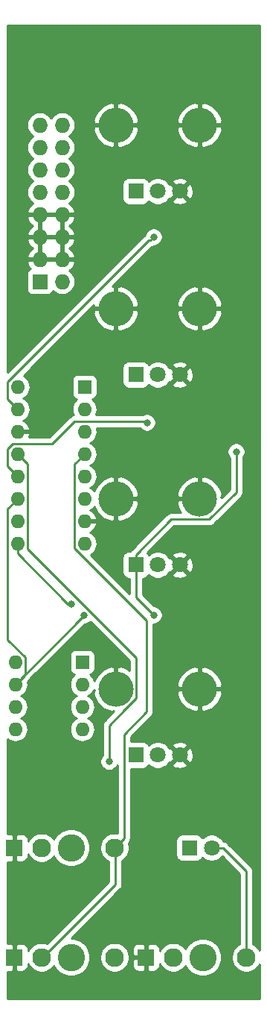
<source format=gbr>
G04 #@! TF.GenerationSoftware,KiCad,Pcbnew,(5.1.4-0-10_14)*
G04 #@! TF.CreationDate,2019-10-08T20:54:05-07:00*
G04 #@! TF.ProjectId,ADSR_Main_IO,41445352-5f4d-4616-996e-5f494f2e6b69,rev?*
G04 #@! TF.SameCoordinates,Original*
G04 #@! TF.FileFunction,Copper,L1,Top*
G04 #@! TF.FilePolarity,Positive*
%FSLAX46Y46*%
G04 Gerber Fmt 4.6, Leading zero omitted, Abs format (unit mm)*
G04 Created by KiCad (PCBNEW (5.1.4-0-10_14)) date 2019-10-08 20:54:05*
%MOMM*%
%LPD*%
G04 APERTURE LIST*
%ADD10C,3.100000*%
%ADD11C,2.130000*%
%ADD12R,1.830000X1.930000*%
%ADD13O,4.000000X4.000000*%
%ADD14C,1.800000*%
%ADD15R,1.800000X1.800000*%
%ADD16O,1.600000X1.600000*%
%ADD17R,1.600000X1.600000*%
%ADD18O,1.727200X1.727200*%
%ADD19R,1.727200X1.727200*%
%ADD20C,0.800000*%
%ADD21C,0.250000*%
%ADD22C,0.254000*%
G04 APERTURE END LIST*
D10*
X71628000Y-142240000D03*
D11*
X76578000Y-142240000D03*
D12*
X65178000Y-142240000D03*
D11*
X68278000Y-142240000D03*
D10*
X71628000Y-154686000D03*
D11*
X76578000Y-154686000D03*
D12*
X65178000Y-154686000D03*
D11*
X68278000Y-154686000D03*
D10*
X86614000Y-154686000D03*
D11*
X91564000Y-154686000D03*
D12*
X80164000Y-154686000D03*
D11*
X83264000Y-154686000D03*
D13*
X86244000Y-60218000D03*
X76744000Y-60218000D03*
D14*
X83994000Y-67718000D03*
X81494000Y-67718000D03*
D15*
X78994000Y-67718000D03*
D13*
X86244000Y-81046000D03*
X76744000Y-81046000D03*
D14*
X83994000Y-88546000D03*
X81494000Y-88546000D03*
D15*
X78994000Y-88546000D03*
D13*
X86244000Y-102636000D03*
X76744000Y-102636000D03*
D14*
X83994000Y-110136000D03*
X81494000Y-110136000D03*
D15*
X78994000Y-110136000D03*
D13*
X86244000Y-124226000D03*
X76744000Y-124226000D03*
D14*
X83994000Y-131726000D03*
X81494000Y-131726000D03*
D15*
X78994000Y-131726000D03*
D16*
X65532000Y-89916000D03*
X73152000Y-107696000D03*
X65532000Y-92456000D03*
X73152000Y-105156000D03*
X65532000Y-94996000D03*
X73152000Y-102616000D03*
X65532000Y-97536000D03*
X73152000Y-100076000D03*
X65532000Y-100076000D03*
X73152000Y-97536000D03*
X65532000Y-102616000D03*
X73152000Y-94996000D03*
X65532000Y-105156000D03*
X73152000Y-92456000D03*
X65532000Y-107696000D03*
D17*
X73152000Y-89916000D03*
D18*
X70612000Y-60198000D03*
X68072000Y-60198000D03*
X70612000Y-62738000D03*
X68072000Y-62738000D03*
X70612000Y-65278000D03*
X68072000Y-65278000D03*
X70612000Y-67818000D03*
X68072000Y-67818000D03*
X70612000Y-70358000D03*
X68072000Y-70358000D03*
X70612000Y-72898000D03*
X68072000Y-72898000D03*
X70612000Y-75438000D03*
X68072000Y-75438000D03*
X70612000Y-77978000D03*
D19*
X68072000Y-77978000D03*
D16*
X65278000Y-121158000D03*
X72898000Y-128778000D03*
X65278000Y-123698000D03*
X72898000Y-126238000D03*
X65278000Y-126238000D03*
X72898000Y-123698000D03*
X65278000Y-128778000D03*
D17*
X72898000Y-121158000D03*
D14*
X87630000Y-142240000D03*
D15*
X85090000Y-142240000D03*
D20*
X81026000Y-115824000D03*
X73147347Y-115828653D03*
X90424000Y-97282000D03*
X81026000Y-72898000D03*
X80264000Y-93980000D03*
X71628000Y-114554000D03*
X75946000Y-132451000D03*
D21*
X90424000Y-98300233D02*
X90424000Y-97282000D01*
X87360001Y-104961001D02*
X90424000Y-101897002D01*
X83018999Y-104961001D02*
X87360001Y-104961001D01*
X90424000Y-101897002D02*
X90424000Y-98300233D01*
X78994000Y-108986000D02*
X83018999Y-104961001D01*
X78994000Y-110136000D02*
X78994000Y-108986000D01*
X78994000Y-113792000D02*
X81026000Y-115824000D01*
X78994000Y-110136000D02*
X78994000Y-113792000D01*
X66077999Y-122898001D02*
X65278000Y-123698000D01*
X66403001Y-122572999D02*
X66077999Y-122898001D01*
X66403001Y-120617999D02*
X66403001Y-122572999D01*
X64406999Y-103741001D02*
X64406999Y-118621997D01*
X64406999Y-118621997D02*
X66403001Y-120617999D01*
X65532000Y-102616000D02*
X64406999Y-103741001D01*
X73147347Y-115828653D02*
X65278000Y-123698000D01*
X79577500Y-131726000D02*
X78994000Y-131726000D01*
X64732001Y-91656001D02*
X65532000Y-92456000D01*
X64406999Y-91330999D02*
X64732001Y-91656001D01*
X64406999Y-89375999D02*
X64406999Y-91330999D01*
X80484999Y-73297999D02*
X64406999Y-89375999D01*
X80626001Y-73297999D02*
X80484999Y-73297999D01*
X81026000Y-72898000D02*
X80626001Y-73297999D01*
X64406999Y-96995999D02*
X64406999Y-98950999D01*
X64732001Y-99276001D02*
X65532000Y-100076000D01*
X64991999Y-96410999D02*
X64406999Y-96995999D01*
X69451001Y-96410999D02*
X64991999Y-96410999D01*
X71991001Y-93870999D02*
X69451001Y-96410999D01*
X80154999Y-93870999D02*
X71991001Y-93870999D01*
X64406999Y-98950999D02*
X64732001Y-99276001D01*
X80264000Y-93980000D02*
X80154999Y-93870999D01*
X71258630Y-114554000D02*
X71628000Y-114554000D01*
X65532000Y-108827370D02*
X71258630Y-114554000D01*
X65532000Y-107696000D02*
X65532000Y-108827370D01*
X79069001Y-125250999D02*
X79069001Y-120725001D01*
X77768999Y-126551001D02*
X79069001Y-125250999D01*
X66331999Y-98335999D02*
X65532000Y-97536000D01*
X66657001Y-98661001D02*
X66331999Y-98335999D01*
X66657001Y-108313001D02*
X66657001Y-98661001D01*
X79069001Y-120725001D02*
X66657001Y-108313001D01*
X77768999Y-126551001D02*
X75946000Y-128374000D01*
X75946000Y-128374000D02*
X75946000Y-132451000D01*
X72644000Y-126238000D02*
X72898000Y-126238000D01*
X76678000Y-146386000D02*
X68378000Y-154686000D01*
X76678000Y-142240000D02*
X76678000Y-146386000D01*
X77642999Y-141175001D02*
X76578000Y-142240000D01*
X77642999Y-129367001D02*
X77642999Y-141175001D01*
X72026999Y-98661001D02*
X72026999Y-108236001D01*
X72026999Y-108236001D02*
X80219001Y-116428003D01*
X80219001Y-116428003D02*
X80219001Y-126790999D01*
X73152000Y-97536000D02*
X72026999Y-98661001D01*
X80219001Y-126790999D02*
X77642999Y-129367001D01*
X88900000Y-142240000D02*
X87630000Y-142240000D01*
X91564000Y-154686000D02*
X91564000Y-144904000D01*
X91564000Y-144904000D02*
X88900000Y-142240000D01*
D22*
G36*
X93066001Y-153873983D02*
G01*
X92884477Y-153602313D01*
X92647687Y-153365523D01*
X92369252Y-153179479D01*
X92324000Y-153160735D01*
X92324000Y-144941323D01*
X92327676Y-144904000D01*
X92324000Y-144866677D01*
X92324000Y-144866667D01*
X92313003Y-144755014D01*
X92269546Y-144611753D01*
X92198974Y-144479723D01*
X92127799Y-144392997D01*
X92104001Y-144363999D01*
X92075003Y-144340201D01*
X89463804Y-141729003D01*
X89440001Y-141699999D01*
X89324276Y-141605026D01*
X89192247Y-141534454D01*
X89048986Y-141490997D01*
X88970495Y-141483266D01*
X88822312Y-141261495D01*
X88608505Y-141047688D01*
X88357095Y-140879701D01*
X88077743Y-140763989D01*
X87781184Y-140705000D01*
X87478816Y-140705000D01*
X87182257Y-140763989D01*
X86902905Y-140879701D01*
X86651495Y-141047688D01*
X86585056Y-141114127D01*
X86579502Y-141095820D01*
X86520537Y-140985506D01*
X86441185Y-140888815D01*
X86344494Y-140809463D01*
X86234180Y-140750498D01*
X86114482Y-140714188D01*
X85990000Y-140701928D01*
X84190000Y-140701928D01*
X84065518Y-140714188D01*
X83945820Y-140750498D01*
X83835506Y-140809463D01*
X83738815Y-140888815D01*
X83659463Y-140985506D01*
X83600498Y-141095820D01*
X83564188Y-141215518D01*
X83551928Y-141340000D01*
X83551928Y-143140000D01*
X83564188Y-143264482D01*
X83600498Y-143384180D01*
X83659463Y-143494494D01*
X83738815Y-143591185D01*
X83835506Y-143670537D01*
X83945820Y-143729502D01*
X84065518Y-143765812D01*
X84190000Y-143778072D01*
X85990000Y-143778072D01*
X86114482Y-143765812D01*
X86234180Y-143729502D01*
X86344494Y-143670537D01*
X86441185Y-143591185D01*
X86520537Y-143494494D01*
X86579502Y-143384180D01*
X86585056Y-143365873D01*
X86651495Y-143432312D01*
X86902905Y-143600299D01*
X87182257Y-143716011D01*
X87478816Y-143775000D01*
X87781184Y-143775000D01*
X88077743Y-143716011D01*
X88357095Y-143600299D01*
X88608505Y-143432312D01*
X88813008Y-143227809D01*
X90804001Y-145218803D01*
X90804000Y-153160735D01*
X90758748Y-153179479D01*
X90480313Y-153365523D01*
X90243523Y-153602313D01*
X90057479Y-153880748D01*
X89929330Y-154190128D01*
X89864000Y-154518565D01*
X89864000Y-154853435D01*
X89929330Y-155181872D01*
X90057479Y-155491252D01*
X90243523Y-155769687D01*
X90480313Y-156006477D01*
X90758748Y-156192521D01*
X91068128Y-156320670D01*
X91396565Y-156386000D01*
X91731435Y-156386000D01*
X92059872Y-156320670D01*
X92369252Y-156192521D01*
X92647687Y-156006477D01*
X92884477Y-155769687D01*
X93066001Y-155498017D01*
X93066001Y-159360000D01*
X64414000Y-159360000D01*
X64414000Y-156288335D01*
X64892250Y-156286000D01*
X65051000Y-156127250D01*
X65051000Y-154813000D01*
X65031000Y-154813000D01*
X65031000Y-154559000D01*
X65051000Y-154559000D01*
X65051000Y-153244750D01*
X64892250Y-153086000D01*
X64414000Y-153083665D01*
X64414000Y-143842335D01*
X64892250Y-143840000D01*
X65051000Y-143681250D01*
X65051000Y-142367000D01*
X65031000Y-142367000D01*
X65031000Y-142113000D01*
X65051000Y-142113000D01*
X65051000Y-140798750D01*
X65305000Y-140798750D01*
X65305000Y-142113000D01*
X65325000Y-142113000D01*
X65325000Y-142367000D01*
X65305000Y-142367000D01*
X65305000Y-143681250D01*
X65463750Y-143840000D01*
X66093000Y-143843072D01*
X66217482Y-143830812D01*
X66337180Y-143794502D01*
X66447494Y-143735537D01*
X66544185Y-143656185D01*
X66623537Y-143559494D01*
X66682502Y-143449180D01*
X66718812Y-143329482D01*
X66731072Y-143205000D01*
X66729895Y-142944860D01*
X66771479Y-143045252D01*
X66957523Y-143323687D01*
X67194313Y-143560477D01*
X67472748Y-143746521D01*
X67782128Y-143874670D01*
X68110565Y-143940000D01*
X68445435Y-143940000D01*
X68773872Y-143874670D01*
X69083252Y-143746521D01*
X69361687Y-143560477D01*
X69598477Y-143323687D01*
X69668465Y-143218943D01*
X69691678Y-143274985D01*
X69930800Y-143632856D01*
X70235144Y-143937200D01*
X70593015Y-144176322D01*
X70990659Y-144341031D01*
X71412796Y-144425000D01*
X71843204Y-144425000D01*
X72265341Y-144341031D01*
X72662985Y-144176322D01*
X73020856Y-143937200D01*
X73325200Y-143632856D01*
X73564322Y-143274985D01*
X73729031Y-142877341D01*
X73813000Y-142455204D01*
X73813000Y-142024796D01*
X73729031Y-141602659D01*
X73564322Y-141205015D01*
X73325200Y-140847144D01*
X73020856Y-140542800D01*
X72662985Y-140303678D01*
X72265341Y-140138969D01*
X71843204Y-140055000D01*
X71412796Y-140055000D01*
X70990659Y-140138969D01*
X70593015Y-140303678D01*
X70235144Y-140542800D01*
X69930800Y-140847144D01*
X69691678Y-141205015D01*
X69668465Y-141261057D01*
X69598477Y-141156313D01*
X69361687Y-140919523D01*
X69083252Y-140733479D01*
X68773872Y-140605330D01*
X68445435Y-140540000D01*
X68110565Y-140540000D01*
X67782128Y-140605330D01*
X67472748Y-140733479D01*
X67194313Y-140919523D01*
X66957523Y-141156313D01*
X66771479Y-141434748D01*
X66729895Y-141535140D01*
X66731072Y-141275000D01*
X66718812Y-141150518D01*
X66682502Y-141030820D01*
X66623537Y-140920506D01*
X66544185Y-140823815D01*
X66447494Y-140744463D01*
X66337180Y-140685498D01*
X66217482Y-140649188D01*
X66093000Y-140636928D01*
X65463750Y-140640000D01*
X65305000Y-140798750D01*
X65051000Y-140798750D01*
X64892250Y-140640000D01*
X64414000Y-140637665D01*
X64414000Y-129925312D01*
X64476899Y-129976932D01*
X64726192Y-130110182D01*
X64996691Y-130192236D01*
X65207508Y-130213000D01*
X65348492Y-130213000D01*
X65559309Y-130192236D01*
X65829808Y-130110182D01*
X66079101Y-129976932D01*
X66297608Y-129797608D01*
X66476932Y-129579101D01*
X66610182Y-129329808D01*
X66692236Y-129059309D01*
X66719943Y-128778000D01*
X66692236Y-128496691D01*
X66610182Y-128226192D01*
X66476932Y-127976899D01*
X66297608Y-127758392D01*
X66079101Y-127579068D01*
X65946142Y-127508000D01*
X66079101Y-127436932D01*
X66297608Y-127257608D01*
X66476932Y-127039101D01*
X66610182Y-126789808D01*
X66692236Y-126519309D01*
X66719943Y-126238000D01*
X66692236Y-125956691D01*
X66610182Y-125686192D01*
X66476932Y-125436899D01*
X66297608Y-125218392D01*
X66079101Y-125039068D01*
X65946142Y-124968000D01*
X66079101Y-124896932D01*
X66297608Y-124717608D01*
X66476932Y-124499101D01*
X66610182Y-124249808D01*
X66692236Y-123979309D01*
X66719943Y-123698000D01*
X66692236Y-123416691D01*
X66678708Y-123372093D01*
X66913999Y-123136802D01*
X66943002Y-123113000D01*
X66966804Y-123083997D01*
X73187149Y-116863653D01*
X73249286Y-116863653D01*
X73449245Y-116823879D01*
X73637603Y-116745858D01*
X73807121Y-116632590D01*
X73854455Y-116585256D01*
X78309002Y-121039804D01*
X78309002Y-122116401D01*
X78227470Y-122048260D01*
X77774110Y-121800694D01*
X77281163Y-121646331D01*
X76871000Y-121752810D01*
X76871000Y-124099000D01*
X76891000Y-124099000D01*
X76891000Y-124353000D01*
X76871000Y-124353000D01*
X76871000Y-124373000D01*
X76617000Y-124373000D01*
X76617000Y-124353000D01*
X76597000Y-124353000D01*
X76597000Y-124099000D01*
X76617000Y-124099000D01*
X76617000Y-121752810D01*
X76206837Y-121646331D01*
X75713890Y-121800694D01*
X75260530Y-122048260D01*
X74864178Y-122379515D01*
X74540067Y-122781730D01*
X74300652Y-123239447D01*
X74279561Y-123308975D01*
X74230182Y-123146192D01*
X74096932Y-122896899D01*
X73917608Y-122678392D01*
X73804518Y-122585581D01*
X73822482Y-122583812D01*
X73942180Y-122547502D01*
X74052494Y-122488537D01*
X74149185Y-122409185D01*
X74228537Y-122312494D01*
X74287502Y-122202180D01*
X74323812Y-122082482D01*
X74336072Y-121958000D01*
X74336072Y-120358000D01*
X74323812Y-120233518D01*
X74287502Y-120113820D01*
X74228537Y-120003506D01*
X74149185Y-119906815D01*
X74052494Y-119827463D01*
X73942180Y-119768498D01*
X73822482Y-119732188D01*
X73698000Y-119719928D01*
X72098000Y-119719928D01*
X71973518Y-119732188D01*
X71853820Y-119768498D01*
X71743506Y-119827463D01*
X71646815Y-119906815D01*
X71567463Y-120003506D01*
X71508498Y-120113820D01*
X71472188Y-120233518D01*
X71459928Y-120358000D01*
X71459928Y-121958000D01*
X71472188Y-122082482D01*
X71508498Y-122202180D01*
X71567463Y-122312494D01*
X71646815Y-122409185D01*
X71743506Y-122488537D01*
X71853820Y-122547502D01*
X71973518Y-122583812D01*
X71991482Y-122585581D01*
X71878392Y-122678392D01*
X71699068Y-122896899D01*
X71565818Y-123146192D01*
X71483764Y-123416691D01*
X71456057Y-123698000D01*
X71483764Y-123979309D01*
X71565818Y-124249808D01*
X71699068Y-124499101D01*
X71878392Y-124717608D01*
X72096899Y-124896932D01*
X72229858Y-124968000D01*
X72096899Y-125039068D01*
X71878392Y-125218392D01*
X71699068Y-125436899D01*
X71565818Y-125686192D01*
X71483764Y-125956691D01*
X71456057Y-126238000D01*
X71483764Y-126519309D01*
X71565818Y-126789808D01*
X71699068Y-127039101D01*
X71878392Y-127257608D01*
X72096899Y-127436932D01*
X72229858Y-127508000D01*
X72096899Y-127579068D01*
X71878392Y-127758392D01*
X71699068Y-127976899D01*
X71565818Y-128226192D01*
X71483764Y-128496691D01*
X71456057Y-128778000D01*
X71483764Y-129059309D01*
X71565818Y-129329808D01*
X71699068Y-129579101D01*
X71878392Y-129797608D01*
X72096899Y-129976932D01*
X72346192Y-130110182D01*
X72616691Y-130192236D01*
X72827508Y-130213000D01*
X72968492Y-130213000D01*
X73179309Y-130192236D01*
X73449808Y-130110182D01*
X73699101Y-129976932D01*
X73917608Y-129797608D01*
X74096932Y-129579101D01*
X74230182Y-129329808D01*
X74312236Y-129059309D01*
X74339943Y-128778000D01*
X74312236Y-128496691D01*
X74230182Y-128226192D01*
X74096932Y-127976899D01*
X73917608Y-127758392D01*
X73699101Y-127579068D01*
X73566142Y-127508000D01*
X73699101Y-127436932D01*
X73917608Y-127257608D01*
X74096932Y-127039101D01*
X74230182Y-126789808D01*
X74312236Y-126519309D01*
X74339943Y-126238000D01*
X74312236Y-125956691D01*
X74230182Y-125686192D01*
X74096932Y-125436899D01*
X73917608Y-125218392D01*
X73699101Y-125039068D01*
X73566142Y-124968000D01*
X73699101Y-124896932D01*
X73917608Y-124717608D01*
X74096932Y-124499101D01*
X74175024Y-124353002D01*
X74271008Y-124353002D01*
X74164333Y-124763162D01*
X74300652Y-125212553D01*
X74540067Y-125670270D01*
X74864178Y-126072485D01*
X75260530Y-126403740D01*
X75713890Y-126651306D01*
X76206837Y-126805669D01*
X76521117Y-126724081D01*
X75435003Y-127810196D01*
X75405999Y-127833999D01*
X75350871Y-127901174D01*
X75311026Y-127949724D01*
X75296501Y-127976899D01*
X75240454Y-128081754D01*
X75196997Y-128225015D01*
X75186000Y-128336668D01*
X75186000Y-128336678D01*
X75182324Y-128374000D01*
X75186000Y-128411323D01*
X75186001Y-131747288D01*
X75142063Y-131791226D01*
X75028795Y-131960744D01*
X74950774Y-132149102D01*
X74911000Y-132349061D01*
X74911000Y-132552939D01*
X74950774Y-132752898D01*
X75028795Y-132941256D01*
X75142063Y-133110774D01*
X75286226Y-133254937D01*
X75455744Y-133368205D01*
X75644102Y-133446226D01*
X75844061Y-133486000D01*
X76047939Y-133486000D01*
X76247898Y-133446226D01*
X76436256Y-133368205D01*
X76605774Y-133254937D01*
X76749937Y-133110774D01*
X76863205Y-132941256D01*
X76882999Y-132893469D01*
X76883000Y-140567363D01*
X76745435Y-140540000D01*
X76410565Y-140540000D01*
X76082128Y-140605330D01*
X75772748Y-140733479D01*
X75494313Y-140919523D01*
X75257523Y-141156313D01*
X75071479Y-141434748D01*
X74943330Y-141744128D01*
X74878000Y-142072565D01*
X74878000Y-142407435D01*
X74943330Y-142735872D01*
X75071479Y-143045252D01*
X75257523Y-143323687D01*
X75494313Y-143560477D01*
X75772748Y-143746521D01*
X75918000Y-143806686D01*
X75918001Y-146071197D01*
X68889835Y-153099363D01*
X68773872Y-153051330D01*
X68445435Y-152986000D01*
X68110565Y-152986000D01*
X67782128Y-153051330D01*
X67472748Y-153179479D01*
X67194313Y-153365523D01*
X66957523Y-153602313D01*
X66771479Y-153880748D01*
X66729895Y-153981140D01*
X66731072Y-153721000D01*
X66718812Y-153596518D01*
X66682502Y-153476820D01*
X66623537Y-153366506D01*
X66544185Y-153269815D01*
X66447494Y-153190463D01*
X66337180Y-153131498D01*
X66217482Y-153095188D01*
X66093000Y-153082928D01*
X65463750Y-153086000D01*
X65305000Y-153244750D01*
X65305000Y-154559000D01*
X65325000Y-154559000D01*
X65325000Y-154813000D01*
X65305000Y-154813000D01*
X65305000Y-156127250D01*
X65463750Y-156286000D01*
X66093000Y-156289072D01*
X66217482Y-156276812D01*
X66337180Y-156240502D01*
X66447494Y-156181537D01*
X66544185Y-156102185D01*
X66623537Y-156005494D01*
X66682502Y-155895180D01*
X66718812Y-155775482D01*
X66731072Y-155651000D01*
X66729895Y-155390860D01*
X66771479Y-155491252D01*
X66957523Y-155769687D01*
X67194313Y-156006477D01*
X67472748Y-156192521D01*
X67782128Y-156320670D01*
X68110565Y-156386000D01*
X68445435Y-156386000D01*
X68773872Y-156320670D01*
X69083252Y-156192521D01*
X69361687Y-156006477D01*
X69598477Y-155769687D01*
X69668465Y-155664943D01*
X69691678Y-155720985D01*
X69930800Y-156078856D01*
X70235144Y-156383200D01*
X70593015Y-156622322D01*
X70990659Y-156787031D01*
X71412796Y-156871000D01*
X71843204Y-156871000D01*
X72265341Y-156787031D01*
X72662985Y-156622322D01*
X73020856Y-156383200D01*
X73325200Y-156078856D01*
X73564322Y-155720985D01*
X73729031Y-155323341D01*
X73813000Y-154901204D01*
X73813000Y-154518565D01*
X74878000Y-154518565D01*
X74878000Y-154853435D01*
X74943330Y-155181872D01*
X75071479Y-155491252D01*
X75257523Y-155769687D01*
X75494313Y-156006477D01*
X75772748Y-156192521D01*
X76082128Y-156320670D01*
X76410565Y-156386000D01*
X76745435Y-156386000D01*
X77073872Y-156320670D01*
X77383252Y-156192521D01*
X77661687Y-156006477D01*
X77898477Y-155769687D01*
X77977780Y-155651000D01*
X78610928Y-155651000D01*
X78623188Y-155775482D01*
X78659498Y-155895180D01*
X78718463Y-156005494D01*
X78797815Y-156102185D01*
X78894506Y-156181537D01*
X79004820Y-156240502D01*
X79124518Y-156276812D01*
X79249000Y-156289072D01*
X79878250Y-156286000D01*
X80037000Y-156127250D01*
X80037000Y-154813000D01*
X78772750Y-154813000D01*
X78614000Y-154971750D01*
X78610928Y-155651000D01*
X77977780Y-155651000D01*
X78084521Y-155491252D01*
X78212670Y-155181872D01*
X78278000Y-154853435D01*
X78278000Y-154518565D01*
X78212670Y-154190128D01*
X78084521Y-153880748D01*
X77977781Y-153721000D01*
X78610928Y-153721000D01*
X78614000Y-154400250D01*
X78772750Y-154559000D01*
X80037000Y-154559000D01*
X80037000Y-153244750D01*
X80291000Y-153244750D01*
X80291000Y-154559000D01*
X80311000Y-154559000D01*
X80311000Y-154813000D01*
X80291000Y-154813000D01*
X80291000Y-156127250D01*
X80449750Y-156286000D01*
X81079000Y-156289072D01*
X81203482Y-156276812D01*
X81323180Y-156240502D01*
X81433494Y-156181537D01*
X81530185Y-156102185D01*
X81609537Y-156005494D01*
X81668502Y-155895180D01*
X81704812Y-155775482D01*
X81717072Y-155651000D01*
X81715895Y-155390860D01*
X81757479Y-155491252D01*
X81943523Y-155769687D01*
X82180313Y-156006477D01*
X82458748Y-156192521D01*
X82768128Y-156320670D01*
X83096565Y-156386000D01*
X83431435Y-156386000D01*
X83759872Y-156320670D01*
X84069252Y-156192521D01*
X84347687Y-156006477D01*
X84584477Y-155769687D01*
X84654465Y-155664943D01*
X84677678Y-155720985D01*
X84916800Y-156078856D01*
X85221144Y-156383200D01*
X85579015Y-156622322D01*
X85976659Y-156787031D01*
X86398796Y-156871000D01*
X86829204Y-156871000D01*
X87251341Y-156787031D01*
X87648985Y-156622322D01*
X88006856Y-156383200D01*
X88311200Y-156078856D01*
X88550322Y-155720985D01*
X88715031Y-155323341D01*
X88799000Y-154901204D01*
X88799000Y-154470796D01*
X88715031Y-154048659D01*
X88550322Y-153651015D01*
X88311200Y-153293144D01*
X88006856Y-152988800D01*
X87648985Y-152749678D01*
X87251341Y-152584969D01*
X86829204Y-152501000D01*
X86398796Y-152501000D01*
X85976659Y-152584969D01*
X85579015Y-152749678D01*
X85221144Y-152988800D01*
X84916800Y-153293144D01*
X84677678Y-153651015D01*
X84654465Y-153707057D01*
X84584477Y-153602313D01*
X84347687Y-153365523D01*
X84069252Y-153179479D01*
X83759872Y-153051330D01*
X83431435Y-152986000D01*
X83096565Y-152986000D01*
X82768128Y-153051330D01*
X82458748Y-153179479D01*
X82180313Y-153365523D01*
X81943523Y-153602313D01*
X81757479Y-153880748D01*
X81715895Y-153981140D01*
X81717072Y-153721000D01*
X81704812Y-153596518D01*
X81668502Y-153476820D01*
X81609537Y-153366506D01*
X81530185Y-153269815D01*
X81433494Y-153190463D01*
X81323180Y-153131498D01*
X81203482Y-153095188D01*
X81079000Y-153082928D01*
X80449750Y-153086000D01*
X80291000Y-153244750D01*
X80037000Y-153244750D01*
X79878250Y-153086000D01*
X79249000Y-153082928D01*
X79124518Y-153095188D01*
X79004820Y-153131498D01*
X78894506Y-153190463D01*
X78797815Y-153269815D01*
X78718463Y-153366506D01*
X78659498Y-153476820D01*
X78623188Y-153596518D01*
X78610928Y-153721000D01*
X77977781Y-153721000D01*
X77898477Y-153602313D01*
X77661687Y-153365523D01*
X77383252Y-153179479D01*
X77073872Y-153051330D01*
X76745435Y-152986000D01*
X76410565Y-152986000D01*
X76082128Y-153051330D01*
X75772748Y-153179479D01*
X75494313Y-153365523D01*
X75257523Y-153602313D01*
X75071479Y-153880748D01*
X74943330Y-154190128D01*
X74878000Y-154518565D01*
X73813000Y-154518565D01*
X73813000Y-154470796D01*
X73729031Y-154048659D01*
X73564322Y-153651015D01*
X73325200Y-153293144D01*
X73020856Y-152988800D01*
X72662985Y-152749678D01*
X72265341Y-152584969D01*
X71843204Y-152501000D01*
X71637801Y-152501000D01*
X77189003Y-146949799D01*
X77218001Y-146926001D01*
X77312974Y-146810276D01*
X77383546Y-146678247D01*
X77427003Y-146534986D01*
X77438000Y-146423333D01*
X77441677Y-146386000D01*
X77438000Y-146348667D01*
X77438000Y-143709940D01*
X77661687Y-143560477D01*
X77898477Y-143323687D01*
X78084521Y-143045252D01*
X78212670Y-142735872D01*
X78278000Y-142407435D01*
X78278000Y-142072565D01*
X78212670Y-141744128D01*
X78194700Y-141700745D01*
X78214843Y-141676201D01*
X78277973Y-141599278D01*
X78348545Y-141467248D01*
X78392002Y-141323987D01*
X78402999Y-141212334D01*
X78402999Y-141212325D01*
X78406675Y-141175002D01*
X78402999Y-141137679D01*
X78402999Y-133264072D01*
X79894000Y-133264072D01*
X80018482Y-133251812D01*
X80138180Y-133215502D01*
X80248494Y-133156537D01*
X80345185Y-133077185D01*
X80424537Y-132980494D01*
X80477880Y-132880697D01*
X80515495Y-132918312D01*
X80766905Y-133086299D01*
X81046257Y-133202011D01*
X81342816Y-133261000D01*
X81645184Y-133261000D01*
X81941743Y-133202011D01*
X82221095Y-133086299D01*
X82472505Y-132918312D01*
X82600737Y-132790080D01*
X83109525Y-132790080D01*
X83193208Y-133044261D01*
X83465775Y-133175158D01*
X83758642Y-133250365D01*
X84060553Y-133266991D01*
X84359907Y-133224397D01*
X84645199Y-133124222D01*
X84794792Y-133044261D01*
X84878475Y-132790080D01*
X83994000Y-131905605D01*
X83109525Y-132790080D01*
X82600737Y-132790080D01*
X82686312Y-132704505D01*
X82781738Y-132561690D01*
X82929920Y-132610475D01*
X83814395Y-131726000D01*
X84173605Y-131726000D01*
X85058080Y-132610475D01*
X85312261Y-132526792D01*
X85443158Y-132254225D01*
X85518365Y-131961358D01*
X85534991Y-131659447D01*
X85492397Y-131360093D01*
X85392222Y-131074801D01*
X85312261Y-130925208D01*
X85058080Y-130841525D01*
X84173605Y-131726000D01*
X83814395Y-131726000D01*
X82929920Y-130841525D01*
X82781738Y-130890310D01*
X82686312Y-130747495D01*
X82600737Y-130661920D01*
X83109525Y-130661920D01*
X83994000Y-131546395D01*
X84878475Y-130661920D01*
X84794792Y-130407739D01*
X84522225Y-130276842D01*
X84229358Y-130201635D01*
X83927447Y-130185009D01*
X83628093Y-130227603D01*
X83342801Y-130327778D01*
X83193208Y-130407739D01*
X83109525Y-130661920D01*
X82600737Y-130661920D01*
X82472505Y-130533688D01*
X82221095Y-130365701D01*
X81941743Y-130249989D01*
X81645184Y-130191000D01*
X81342816Y-130191000D01*
X81046257Y-130249989D01*
X80766905Y-130365701D01*
X80515495Y-130533688D01*
X80477880Y-130571303D01*
X80424537Y-130471506D01*
X80345185Y-130374815D01*
X80248494Y-130295463D01*
X80138180Y-130236498D01*
X80018482Y-130200188D01*
X79894000Y-130187928D01*
X78402999Y-130187928D01*
X78402999Y-129681802D01*
X80730004Y-127354798D01*
X80759002Y-127331000D01*
X80785333Y-127298916D01*
X80853975Y-127215276D01*
X80924547Y-127083246D01*
X80968004Y-126939985D01*
X80979001Y-126828332D01*
X80979001Y-126828322D01*
X80982677Y-126790999D01*
X80979001Y-126753676D01*
X80979001Y-124763162D01*
X83664333Y-124763162D01*
X83800652Y-125212553D01*
X84040067Y-125670270D01*
X84364178Y-126072485D01*
X84760530Y-126403740D01*
X85213890Y-126651306D01*
X85706837Y-126805669D01*
X86117000Y-126699190D01*
X86117000Y-124353000D01*
X86371000Y-124353000D01*
X86371000Y-126699190D01*
X86781163Y-126805669D01*
X87274110Y-126651306D01*
X87727470Y-126403740D01*
X88123822Y-126072485D01*
X88447933Y-125670270D01*
X88687348Y-125212553D01*
X88823667Y-124763162D01*
X88716991Y-124353000D01*
X86371000Y-124353000D01*
X86117000Y-124353000D01*
X83771009Y-124353000D01*
X83664333Y-124763162D01*
X80979001Y-124763162D01*
X80979001Y-123688838D01*
X83664333Y-123688838D01*
X83771009Y-124099000D01*
X86117000Y-124099000D01*
X86117000Y-121752810D01*
X86371000Y-121752810D01*
X86371000Y-124099000D01*
X88716991Y-124099000D01*
X88823667Y-123688838D01*
X88687348Y-123239447D01*
X88447933Y-122781730D01*
X88123822Y-122379515D01*
X87727470Y-122048260D01*
X87274110Y-121800694D01*
X86781163Y-121646331D01*
X86371000Y-121752810D01*
X86117000Y-121752810D01*
X85706837Y-121646331D01*
X85213890Y-121800694D01*
X84760530Y-122048260D01*
X84364178Y-122379515D01*
X84040067Y-122781730D01*
X83800652Y-123239447D01*
X83664333Y-123688838D01*
X80979001Y-123688838D01*
X80979001Y-116859000D01*
X81127939Y-116859000D01*
X81327898Y-116819226D01*
X81516256Y-116741205D01*
X81685774Y-116627937D01*
X81829937Y-116483774D01*
X81943205Y-116314256D01*
X82021226Y-116125898D01*
X82061000Y-115925939D01*
X82061000Y-115722061D01*
X82021226Y-115522102D01*
X81943205Y-115333744D01*
X81829937Y-115164226D01*
X81685774Y-115020063D01*
X81516256Y-114906795D01*
X81327898Y-114828774D01*
X81127939Y-114789000D01*
X81065802Y-114789000D01*
X79754000Y-113477199D01*
X79754000Y-111674072D01*
X79894000Y-111674072D01*
X80018482Y-111661812D01*
X80138180Y-111625502D01*
X80248494Y-111566537D01*
X80345185Y-111487185D01*
X80424537Y-111390494D01*
X80477880Y-111290697D01*
X80515495Y-111328312D01*
X80766905Y-111496299D01*
X81046257Y-111612011D01*
X81342816Y-111671000D01*
X81645184Y-111671000D01*
X81941743Y-111612011D01*
X82221095Y-111496299D01*
X82472505Y-111328312D01*
X82600737Y-111200080D01*
X83109525Y-111200080D01*
X83193208Y-111454261D01*
X83465775Y-111585158D01*
X83758642Y-111660365D01*
X84060553Y-111676991D01*
X84359907Y-111634397D01*
X84645199Y-111534222D01*
X84794792Y-111454261D01*
X84878475Y-111200080D01*
X83994000Y-110315605D01*
X83109525Y-111200080D01*
X82600737Y-111200080D01*
X82686312Y-111114505D01*
X82781738Y-110971690D01*
X82929920Y-111020475D01*
X83814395Y-110136000D01*
X84173605Y-110136000D01*
X85058080Y-111020475D01*
X85312261Y-110936792D01*
X85443158Y-110664225D01*
X85518365Y-110371358D01*
X85534991Y-110069447D01*
X85492397Y-109770093D01*
X85392222Y-109484801D01*
X85312261Y-109335208D01*
X85058080Y-109251525D01*
X84173605Y-110136000D01*
X83814395Y-110136000D01*
X82929920Y-109251525D01*
X82781738Y-109300310D01*
X82686312Y-109157495D01*
X82600737Y-109071920D01*
X83109525Y-109071920D01*
X83994000Y-109956395D01*
X84878475Y-109071920D01*
X84794792Y-108817739D01*
X84522225Y-108686842D01*
X84229358Y-108611635D01*
X83927447Y-108595009D01*
X83628093Y-108637603D01*
X83342801Y-108737778D01*
X83193208Y-108817739D01*
X83109525Y-109071920D01*
X82600737Y-109071920D01*
X82472505Y-108943688D01*
X82221095Y-108775701D01*
X81941743Y-108659989D01*
X81645184Y-108601000D01*
X81342816Y-108601000D01*
X81046257Y-108659989D01*
X80766905Y-108775701D01*
X80515495Y-108943688D01*
X80477880Y-108981303D01*
X80424537Y-108881506D01*
X80345185Y-108784815D01*
X80303882Y-108750919D01*
X83333801Y-105721001D01*
X87322679Y-105721001D01*
X87360001Y-105724677D01*
X87397323Y-105721001D01*
X87397334Y-105721001D01*
X87508987Y-105710004D01*
X87652248Y-105666547D01*
X87784277Y-105595975D01*
X87900002Y-105501002D01*
X87923805Y-105471998D01*
X90935004Y-102460800D01*
X90964001Y-102437003D01*
X90990332Y-102404919D01*
X91058974Y-102321279D01*
X91129546Y-102189249D01*
X91163899Y-102075999D01*
X91173003Y-102045988D01*
X91184000Y-101934335D01*
X91184000Y-101934325D01*
X91187676Y-101897002D01*
X91184000Y-101859679D01*
X91184000Y-97985711D01*
X91227937Y-97941774D01*
X91341205Y-97772256D01*
X91419226Y-97583898D01*
X91459000Y-97383939D01*
X91459000Y-97180061D01*
X91419226Y-96980102D01*
X91341205Y-96791744D01*
X91227937Y-96622226D01*
X91083774Y-96478063D01*
X90914256Y-96364795D01*
X90725898Y-96286774D01*
X90525939Y-96247000D01*
X90322061Y-96247000D01*
X90122102Y-96286774D01*
X89933744Y-96364795D01*
X89764226Y-96478063D01*
X89620063Y-96622226D01*
X89506795Y-96791744D01*
X89428774Y-96980102D01*
X89389000Y-97180061D01*
X89389000Y-97383939D01*
X89428774Y-97583898D01*
X89506795Y-97772256D01*
X89620063Y-97941774D01*
X89664000Y-97985711D01*
X89664000Y-98337565D01*
X89664001Y-98337575D01*
X89664000Y-101582200D01*
X88737202Y-102508998D01*
X88716992Y-102508998D01*
X88823667Y-102098838D01*
X88687348Y-101649447D01*
X88447933Y-101191730D01*
X88123822Y-100789515D01*
X87727470Y-100458260D01*
X87274110Y-100210694D01*
X86781163Y-100056331D01*
X86371000Y-100162810D01*
X86371000Y-102509000D01*
X86391000Y-102509000D01*
X86391000Y-102763000D01*
X86371000Y-102763000D01*
X86371000Y-102783000D01*
X86117000Y-102783000D01*
X86117000Y-102763000D01*
X83771009Y-102763000D01*
X83664333Y-103173162D01*
X83800652Y-103622553D01*
X84040067Y-104080270D01*
X84137354Y-104201001D01*
X83056321Y-104201001D01*
X83018998Y-104197325D01*
X82981675Y-104201001D01*
X82981666Y-104201001D01*
X82870013Y-104211998D01*
X82726752Y-104255455D01*
X82594723Y-104326027D01*
X82478998Y-104421000D01*
X82455200Y-104449998D01*
X78482998Y-108422201D01*
X78454000Y-108445999D01*
X78430202Y-108474997D01*
X78430201Y-108474998D01*
X78359026Y-108561724D01*
X78339674Y-108597928D01*
X78094000Y-108597928D01*
X77969518Y-108610188D01*
X77849820Y-108646498D01*
X77739506Y-108705463D01*
X77642815Y-108784815D01*
X77563463Y-108881506D01*
X77504498Y-108991820D01*
X77468188Y-109111518D01*
X77455928Y-109236000D01*
X77455928Y-111036000D01*
X77468188Y-111160482D01*
X77504498Y-111280180D01*
X77563463Y-111390494D01*
X77642815Y-111487185D01*
X77739506Y-111566537D01*
X77849820Y-111625502D01*
X77969518Y-111661812D01*
X78094000Y-111674072D01*
X78234000Y-111674072D01*
X78234001Y-113368201D01*
X73827739Y-108961940D01*
X73953101Y-108894932D01*
X74171608Y-108715608D01*
X74350932Y-108497101D01*
X74484182Y-108247808D01*
X74566236Y-107977309D01*
X74593943Y-107696000D01*
X74566236Y-107414691D01*
X74484182Y-107144192D01*
X74350932Y-106894899D01*
X74171608Y-106676392D01*
X73953101Y-106497068D01*
X73815318Y-106423421D01*
X74007131Y-106308385D01*
X74215519Y-106119414D01*
X74383037Y-105893420D01*
X74503246Y-105639087D01*
X74543904Y-105505039D01*
X74421915Y-105283000D01*
X73279000Y-105283000D01*
X73279000Y-105303000D01*
X73025000Y-105303000D01*
X73025000Y-105283000D01*
X73005000Y-105283000D01*
X73005000Y-105029000D01*
X73025000Y-105029000D01*
X73025000Y-105009000D01*
X73279000Y-105009000D01*
X73279000Y-105029000D01*
X74421915Y-105029000D01*
X74543904Y-104806961D01*
X74503246Y-104672913D01*
X74383037Y-104418580D01*
X74215519Y-104192586D01*
X74007131Y-104003615D01*
X73815318Y-103888579D01*
X73953101Y-103814932D01*
X74171608Y-103635608D01*
X74268718Y-103517279D01*
X74300652Y-103622553D01*
X74540067Y-104080270D01*
X74864178Y-104482485D01*
X75260530Y-104813740D01*
X75713890Y-105061306D01*
X76206837Y-105215669D01*
X76617000Y-105109190D01*
X76617000Y-102763000D01*
X76871000Y-102763000D01*
X76871000Y-105109190D01*
X77281163Y-105215669D01*
X77774110Y-105061306D01*
X78227470Y-104813740D01*
X78623822Y-104482485D01*
X78947933Y-104080270D01*
X79187348Y-103622553D01*
X79323667Y-103173162D01*
X79216991Y-102763000D01*
X76871000Y-102763000D01*
X76617000Y-102763000D01*
X76597000Y-102763000D01*
X76597000Y-102509000D01*
X76617000Y-102509000D01*
X76617000Y-100162810D01*
X76871000Y-100162810D01*
X76871000Y-102509000D01*
X79216991Y-102509000D01*
X79323667Y-102098838D01*
X83664333Y-102098838D01*
X83771009Y-102509000D01*
X86117000Y-102509000D01*
X86117000Y-100162810D01*
X85706837Y-100056331D01*
X85213890Y-100210694D01*
X84760530Y-100458260D01*
X84364178Y-100789515D01*
X84040067Y-101191730D01*
X83800652Y-101649447D01*
X83664333Y-102098838D01*
X79323667Y-102098838D01*
X79187348Y-101649447D01*
X78947933Y-101191730D01*
X78623822Y-100789515D01*
X78227470Y-100458260D01*
X77774110Y-100210694D01*
X77281163Y-100056331D01*
X76871000Y-100162810D01*
X76617000Y-100162810D01*
X76206837Y-100056331D01*
X75713890Y-100210694D01*
X75260530Y-100458260D01*
X74864178Y-100789515D01*
X74540067Y-101191730D01*
X74300652Y-101649447D01*
X74277577Y-101725516D01*
X74171608Y-101596392D01*
X73953101Y-101417068D01*
X73820142Y-101346000D01*
X73953101Y-101274932D01*
X74171608Y-101095608D01*
X74350932Y-100877101D01*
X74484182Y-100627808D01*
X74566236Y-100357309D01*
X74593943Y-100076000D01*
X74566236Y-99794691D01*
X74484182Y-99524192D01*
X74350932Y-99274899D01*
X74171608Y-99056392D01*
X73953101Y-98877068D01*
X73820142Y-98806000D01*
X73953101Y-98734932D01*
X74171608Y-98555608D01*
X74350932Y-98337101D01*
X74484182Y-98087808D01*
X74566236Y-97817309D01*
X74593943Y-97536000D01*
X74566236Y-97254691D01*
X74484182Y-96984192D01*
X74350932Y-96734899D01*
X74171608Y-96516392D01*
X73953101Y-96337068D01*
X73820142Y-96266000D01*
X73953101Y-96194932D01*
X74171608Y-96015608D01*
X74350932Y-95797101D01*
X74484182Y-95547808D01*
X74566236Y-95277309D01*
X74593943Y-94996000D01*
X74566236Y-94714691D01*
X74540849Y-94630999D01*
X79454200Y-94630999D01*
X79460063Y-94639774D01*
X79604226Y-94783937D01*
X79773744Y-94897205D01*
X79962102Y-94975226D01*
X80162061Y-95015000D01*
X80365939Y-95015000D01*
X80565898Y-94975226D01*
X80754256Y-94897205D01*
X80923774Y-94783937D01*
X81067937Y-94639774D01*
X81181205Y-94470256D01*
X81259226Y-94281898D01*
X81299000Y-94081939D01*
X81299000Y-93878061D01*
X81259226Y-93678102D01*
X81181205Y-93489744D01*
X81067937Y-93320226D01*
X80923774Y-93176063D01*
X80754256Y-93062795D01*
X80565898Y-92984774D01*
X80365939Y-92945000D01*
X80162061Y-92945000D01*
X79962102Y-92984774D01*
X79773744Y-93062795D01*
X79701601Y-93110999D01*
X74429025Y-93110999D01*
X74484182Y-93007808D01*
X74566236Y-92737309D01*
X74593943Y-92456000D01*
X74566236Y-92174691D01*
X74484182Y-91904192D01*
X74350932Y-91654899D01*
X74171608Y-91436392D01*
X74058518Y-91343581D01*
X74076482Y-91341812D01*
X74196180Y-91305502D01*
X74306494Y-91246537D01*
X74403185Y-91167185D01*
X74482537Y-91070494D01*
X74541502Y-90960180D01*
X74577812Y-90840482D01*
X74590072Y-90716000D01*
X74590072Y-89116000D01*
X74577812Y-88991518D01*
X74541502Y-88871820D01*
X74482537Y-88761506D01*
X74403185Y-88664815D01*
X74306494Y-88585463D01*
X74196180Y-88526498D01*
X74076482Y-88490188D01*
X73952000Y-88477928D01*
X72352000Y-88477928D01*
X72227518Y-88490188D01*
X72107820Y-88526498D01*
X71997506Y-88585463D01*
X71900815Y-88664815D01*
X71821463Y-88761506D01*
X71762498Y-88871820D01*
X71726188Y-88991518D01*
X71713928Y-89116000D01*
X71713928Y-90716000D01*
X71726188Y-90840482D01*
X71762498Y-90960180D01*
X71821463Y-91070494D01*
X71900815Y-91167185D01*
X71997506Y-91246537D01*
X72107820Y-91305502D01*
X72227518Y-91341812D01*
X72245482Y-91343581D01*
X72132392Y-91436392D01*
X71953068Y-91654899D01*
X71819818Y-91904192D01*
X71737764Y-92174691D01*
X71710057Y-92456000D01*
X71737764Y-92737309D01*
X71819818Y-93007808D01*
X71878910Y-93118362D01*
X71842015Y-93121996D01*
X71698754Y-93165453D01*
X71566725Y-93236025D01*
X71566723Y-93236026D01*
X71566724Y-93236026D01*
X71479997Y-93307200D01*
X71479993Y-93307204D01*
X71451000Y-93330998D01*
X71427206Y-93359991D01*
X69136200Y-95650999D01*
X66801993Y-95650999D01*
X66883246Y-95479087D01*
X66923904Y-95345039D01*
X66801915Y-95123000D01*
X65659000Y-95123000D01*
X65659000Y-95143000D01*
X65405000Y-95143000D01*
X65405000Y-95123000D01*
X65385000Y-95123000D01*
X65385000Y-94869000D01*
X65405000Y-94869000D01*
X65405000Y-94849000D01*
X65659000Y-94849000D01*
X65659000Y-94869000D01*
X66801915Y-94869000D01*
X66923904Y-94646961D01*
X66883246Y-94512913D01*
X66763037Y-94258580D01*
X66595519Y-94032586D01*
X66387131Y-93843615D01*
X66195318Y-93728579D01*
X66333101Y-93654932D01*
X66551608Y-93475608D01*
X66730932Y-93257101D01*
X66864182Y-93007808D01*
X66946236Y-92737309D01*
X66973943Y-92456000D01*
X66946236Y-92174691D01*
X66864182Y-91904192D01*
X66730932Y-91654899D01*
X66551608Y-91436392D01*
X66333101Y-91257068D01*
X66200142Y-91186000D01*
X66333101Y-91114932D01*
X66551608Y-90935608D01*
X66730932Y-90717101D01*
X66864182Y-90467808D01*
X66946236Y-90197309D01*
X66973943Y-89916000D01*
X66946236Y-89634691D01*
X66864182Y-89364192D01*
X66730932Y-89114899D01*
X66551608Y-88896392D01*
X66333101Y-88717068D01*
X66207739Y-88650060D01*
X67211799Y-87646000D01*
X77455928Y-87646000D01*
X77455928Y-89446000D01*
X77468188Y-89570482D01*
X77504498Y-89690180D01*
X77563463Y-89800494D01*
X77642815Y-89897185D01*
X77739506Y-89976537D01*
X77849820Y-90035502D01*
X77969518Y-90071812D01*
X78094000Y-90084072D01*
X79894000Y-90084072D01*
X80018482Y-90071812D01*
X80138180Y-90035502D01*
X80248494Y-89976537D01*
X80345185Y-89897185D01*
X80424537Y-89800494D01*
X80477880Y-89700697D01*
X80515495Y-89738312D01*
X80766905Y-89906299D01*
X81046257Y-90022011D01*
X81342816Y-90081000D01*
X81645184Y-90081000D01*
X81941743Y-90022011D01*
X82221095Y-89906299D01*
X82472505Y-89738312D01*
X82600737Y-89610080D01*
X83109525Y-89610080D01*
X83193208Y-89864261D01*
X83465775Y-89995158D01*
X83758642Y-90070365D01*
X84060553Y-90086991D01*
X84359907Y-90044397D01*
X84645199Y-89944222D01*
X84794792Y-89864261D01*
X84878475Y-89610080D01*
X83994000Y-88725605D01*
X83109525Y-89610080D01*
X82600737Y-89610080D01*
X82686312Y-89524505D01*
X82781738Y-89381690D01*
X82929920Y-89430475D01*
X83814395Y-88546000D01*
X84173605Y-88546000D01*
X85058080Y-89430475D01*
X85312261Y-89346792D01*
X85443158Y-89074225D01*
X85518365Y-88781358D01*
X85534991Y-88479447D01*
X85492397Y-88180093D01*
X85392222Y-87894801D01*
X85312261Y-87745208D01*
X85058080Y-87661525D01*
X84173605Y-88546000D01*
X83814395Y-88546000D01*
X82929920Y-87661525D01*
X82781738Y-87710310D01*
X82686312Y-87567495D01*
X82600737Y-87481920D01*
X83109525Y-87481920D01*
X83994000Y-88366395D01*
X84878475Y-87481920D01*
X84794792Y-87227739D01*
X84522225Y-87096842D01*
X84229358Y-87021635D01*
X83927447Y-87005009D01*
X83628093Y-87047603D01*
X83342801Y-87147778D01*
X83193208Y-87227739D01*
X83109525Y-87481920D01*
X82600737Y-87481920D01*
X82472505Y-87353688D01*
X82221095Y-87185701D01*
X81941743Y-87069989D01*
X81645184Y-87011000D01*
X81342816Y-87011000D01*
X81046257Y-87069989D01*
X80766905Y-87185701D01*
X80515495Y-87353688D01*
X80477880Y-87391303D01*
X80424537Y-87291506D01*
X80345185Y-87194815D01*
X80248494Y-87115463D01*
X80138180Y-87056498D01*
X80018482Y-87020188D01*
X79894000Y-87007928D01*
X78094000Y-87007928D01*
X77969518Y-87020188D01*
X77849820Y-87056498D01*
X77739506Y-87115463D01*
X77642815Y-87194815D01*
X77563463Y-87291506D01*
X77504498Y-87401820D01*
X77468188Y-87521518D01*
X77455928Y-87646000D01*
X67211799Y-87646000D01*
X73274637Y-81583162D01*
X74164333Y-81583162D01*
X74300652Y-82032553D01*
X74540067Y-82490270D01*
X74864178Y-82892485D01*
X75260530Y-83223740D01*
X75713890Y-83471306D01*
X76206837Y-83625669D01*
X76617000Y-83519190D01*
X76617000Y-81173000D01*
X76871000Y-81173000D01*
X76871000Y-83519190D01*
X77281163Y-83625669D01*
X77774110Y-83471306D01*
X78227470Y-83223740D01*
X78623822Y-82892485D01*
X78947933Y-82490270D01*
X79187348Y-82032553D01*
X79323667Y-81583162D01*
X83664333Y-81583162D01*
X83800652Y-82032553D01*
X84040067Y-82490270D01*
X84364178Y-82892485D01*
X84760530Y-83223740D01*
X85213890Y-83471306D01*
X85706837Y-83625669D01*
X86117000Y-83519190D01*
X86117000Y-81173000D01*
X86371000Y-81173000D01*
X86371000Y-83519190D01*
X86781163Y-83625669D01*
X87274110Y-83471306D01*
X87727470Y-83223740D01*
X88123822Y-82892485D01*
X88447933Y-82490270D01*
X88687348Y-82032553D01*
X88823667Y-81583162D01*
X88716991Y-81173000D01*
X86371000Y-81173000D01*
X86117000Y-81173000D01*
X83771009Y-81173000D01*
X83664333Y-81583162D01*
X79323667Y-81583162D01*
X79216991Y-81173000D01*
X76871000Y-81173000D01*
X76617000Y-81173000D01*
X74271009Y-81173000D01*
X74164333Y-81583162D01*
X73274637Y-81583162D01*
X74202441Y-80655359D01*
X74271009Y-80919000D01*
X76617000Y-80919000D01*
X76617000Y-78572810D01*
X76871000Y-78572810D01*
X76871000Y-80919000D01*
X79216991Y-80919000D01*
X79323667Y-80508838D01*
X83664333Y-80508838D01*
X83771009Y-80919000D01*
X86117000Y-80919000D01*
X86117000Y-78572810D01*
X86371000Y-78572810D01*
X86371000Y-80919000D01*
X88716991Y-80919000D01*
X88823667Y-80508838D01*
X88687348Y-80059447D01*
X88447933Y-79601730D01*
X88123822Y-79199515D01*
X87727470Y-78868260D01*
X87274110Y-78620694D01*
X86781163Y-78466331D01*
X86371000Y-78572810D01*
X86117000Y-78572810D01*
X85706837Y-78466331D01*
X85213890Y-78620694D01*
X84760530Y-78868260D01*
X84364178Y-79199515D01*
X84040067Y-79601730D01*
X83800652Y-80059447D01*
X83664333Y-80508838D01*
X79323667Y-80508838D01*
X79187348Y-80059447D01*
X78947933Y-79601730D01*
X78623822Y-79199515D01*
X78227470Y-78868260D01*
X77774110Y-78620694D01*
X77281163Y-78466331D01*
X76871000Y-78572810D01*
X76617000Y-78572810D01*
X76353416Y-78504383D01*
X80826391Y-74031409D01*
X80918248Y-74003545D01*
X81050226Y-73933000D01*
X81127939Y-73933000D01*
X81327898Y-73893226D01*
X81516256Y-73815205D01*
X81685774Y-73701937D01*
X81829937Y-73557774D01*
X81943205Y-73388256D01*
X82021226Y-73199898D01*
X82061000Y-72999939D01*
X82061000Y-72796061D01*
X82021226Y-72596102D01*
X81943205Y-72407744D01*
X81829937Y-72238226D01*
X81685774Y-72094063D01*
X81516256Y-71980795D01*
X81327898Y-71902774D01*
X81127939Y-71863000D01*
X80924061Y-71863000D01*
X80724102Y-71902774D01*
X80535744Y-71980795D01*
X80366226Y-72094063D01*
X80222063Y-72238226D01*
X80108795Y-72407744D01*
X80030774Y-72596102D01*
X80009023Y-72705454D01*
X79944998Y-72757998D01*
X79921200Y-72786996D01*
X64414000Y-88294197D01*
X64414000Y-77114400D01*
X66570328Y-77114400D01*
X66570328Y-78841600D01*
X66582588Y-78966082D01*
X66618898Y-79085780D01*
X66677863Y-79196094D01*
X66757215Y-79292785D01*
X66853906Y-79372137D01*
X66964220Y-79431102D01*
X67083918Y-79467412D01*
X67208400Y-79479672D01*
X68935600Y-79479672D01*
X69060082Y-79467412D01*
X69179780Y-79431102D01*
X69290094Y-79372137D01*
X69386785Y-79292785D01*
X69466137Y-79196094D01*
X69525102Y-79085780D01*
X69540586Y-79034735D01*
X69547203Y-79042797D01*
X69775394Y-79230069D01*
X70035736Y-79369225D01*
X70318223Y-79454916D01*
X70538381Y-79476600D01*
X70685619Y-79476600D01*
X70905777Y-79454916D01*
X71188264Y-79369225D01*
X71448606Y-79230069D01*
X71676797Y-79042797D01*
X71864069Y-78814606D01*
X72003225Y-78554264D01*
X72088916Y-78271777D01*
X72117851Y-77978000D01*
X72088916Y-77684223D01*
X72003225Y-77401736D01*
X71864069Y-77141394D01*
X71676797Y-76913203D01*
X71448606Y-76725931D01*
X71404090Y-76702137D01*
X71500488Y-76644817D01*
X71718854Y-76448293D01*
X71894684Y-76212944D01*
X72021222Y-75947814D01*
X72066958Y-75797026D01*
X71945817Y-75565000D01*
X70739000Y-75565000D01*
X70739000Y-75585000D01*
X70485000Y-75585000D01*
X70485000Y-75565000D01*
X68199000Y-75565000D01*
X68199000Y-75585000D01*
X67945000Y-75585000D01*
X67945000Y-75565000D01*
X66738183Y-75565000D01*
X66617042Y-75797026D01*
X66662778Y-75947814D01*
X66789316Y-76212944D01*
X66965146Y-76448293D01*
X67028574Y-76505376D01*
X66964220Y-76524898D01*
X66853906Y-76583863D01*
X66757215Y-76663215D01*
X66677863Y-76759906D01*
X66618898Y-76870220D01*
X66582588Y-76989918D01*
X66570328Y-77114400D01*
X64414000Y-77114400D01*
X64414000Y-73257026D01*
X66617042Y-73257026D01*
X66662778Y-73407814D01*
X66789316Y-73672944D01*
X66965146Y-73908293D01*
X67183512Y-74104817D01*
X67289770Y-74168000D01*
X67183512Y-74231183D01*
X66965146Y-74427707D01*
X66789316Y-74663056D01*
X66662778Y-74928186D01*
X66617042Y-75078974D01*
X66738183Y-75311000D01*
X67945000Y-75311000D01*
X67945000Y-73025000D01*
X68199000Y-73025000D01*
X68199000Y-75311000D01*
X70485000Y-75311000D01*
X70485000Y-73025000D01*
X70739000Y-73025000D01*
X70739000Y-75311000D01*
X71945817Y-75311000D01*
X72066958Y-75078974D01*
X72021222Y-74928186D01*
X71894684Y-74663056D01*
X71718854Y-74427707D01*
X71500488Y-74231183D01*
X71394230Y-74168000D01*
X71500488Y-74104817D01*
X71718854Y-73908293D01*
X71894684Y-73672944D01*
X72021222Y-73407814D01*
X72066958Y-73257026D01*
X71945817Y-73025000D01*
X70739000Y-73025000D01*
X70485000Y-73025000D01*
X68199000Y-73025000D01*
X67945000Y-73025000D01*
X66738183Y-73025000D01*
X66617042Y-73257026D01*
X64414000Y-73257026D01*
X64414000Y-70717026D01*
X66617042Y-70717026D01*
X66662778Y-70867814D01*
X66789316Y-71132944D01*
X66965146Y-71368293D01*
X67183512Y-71564817D01*
X67289770Y-71628000D01*
X67183512Y-71691183D01*
X66965146Y-71887707D01*
X66789316Y-72123056D01*
X66662778Y-72388186D01*
X66617042Y-72538974D01*
X66738183Y-72771000D01*
X67945000Y-72771000D01*
X67945000Y-70485000D01*
X68199000Y-70485000D01*
X68199000Y-72771000D01*
X70485000Y-72771000D01*
X70485000Y-70485000D01*
X70739000Y-70485000D01*
X70739000Y-72771000D01*
X71945817Y-72771000D01*
X72066958Y-72538974D01*
X72021222Y-72388186D01*
X71894684Y-72123056D01*
X71718854Y-71887707D01*
X71500488Y-71691183D01*
X71394230Y-71628000D01*
X71500488Y-71564817D01*
X71718854Y-71368293D01*
X71894684Y-71132944D01*
X72021222Y-70867814D01*
X72066958Y-70717026D01*
X71945817Y-70485000D01*
X70739000Y-70485000D01*
X70485000Y-70485000D01*
X68199000Y-70485000D01*
X67945000Y-70485000D01*
X66738183Y-70485000D01*
X66617042Y-70717026D01*
X64414000Y-70717026D01*
X64414000Y-60198000D01*
X66566149Y-60198000D01*
X66595084Y-60491777D01*
X66680775Y-60774264D01*
X66819931Y-61034606D01*
X67007203Y-61262797D01*
X67235394Y-61450069D01*
X67268940Y-61468000D01*
X67235394Y-61485931D01*
X67007203Y-61673203D01*
X66819931Y-61901394D01*
X66680775Y-62161736D01*
X66595084Y-62444223D01*
X66566149Y-62738000D01*
X66595084Y-63031777D01*
X66680775Y-63314264D01*
X66819931Y-63574606D01*
X67007203Y-63802797D01*
X67235394Y-63990069D01*
X67268940Y-64008000D01*
X67235394Y-64025931D01*
X67007203Y-64213203D01*
X66819931Y-64441394D01*
X66680775Y-64701736D01*
X66595084Y-64984223D01*
X66566149Y-65278000D01*
X66595084Y-65571777D01*
X66680775Y-65854264D01*
X66819931Y-66114606D01*
X67007203Y-66342797D01*
X67235394Y-66530069D01*
X67268940Y-66548000D01*
X67235394Y-66565931D01*
X67007203Y-66753203D01*
X66819931Y-66981394D01*
X66680775Y-67241736D01*
X66595084Y-67524223D01*
X66566149Y-67818000D01*
X66595084Y-68111777D01*
X66680775Y-68394264D01*
X66819931Y-68654606D01*
X67007203Y-68882797D01*
X67235394Y-69070069D01*
X67279910Y-69093863D01*
X67183512Y-69151183D01*
X66965146Y-69347707D01*
X66789316Y-69583056D01*
X66662778Y-69848186D01*
X66617042Y-69998974D01*
X66738183Y-70231000D01*
X67945000Y-70231000D01*
X67945000Y-70211000D01*
X68199000Y-70211000D01*
X68199000Y-70231000D01*
X70485000Y-70231000D01*
X70485000Y-70211000D01*
X70739000Y-70211000D01*
X70739000Y-70231000D01*
X71945817Y-70231000D01*
X72066958Y-69998974D01*
X72021222Y-69848186D01*
X71894684Y-69583056D01*
X71718854Y-69347707D01*
X71500488Y-69151183D01*
X71404090Y-69093863D01*
X71448606Y-69070069D01*
X71676797Y-68882797D01*
X71864069Y-68654606D01*
X72003225Y-68394264D01*
X72088916Y-68111777D01*
X72117851Y-67818000D01*
X72088916Y-67524223D01*
X72003225Y-67241736D01*
X71864069Y-66981394D01*
X71729975Y-66818000D01*
X77455928Y-66818000D01*
X77455928Y-68618000D01*
X77468188Y-68742482D01*
X77504498Y-68862180D01*
X77563463Y-68972494D01*
X77642815Y-69069185D01*
X77739506Y-69148537D01*
X77849820Y-69207502D01*
X77969518Y-69243812D01*
X78094000Y-69256072D01*
X79894000Y-69256072D01*
X80018482Y-69243812D01*
X80138180Y-69207502D01*
X80248494Y-69148537D01*
X80345185Y-69069185D01*
X80424537Y-68972494D01*
X80477880Y-68872697D01*
X80515495Y-68910312D01*
X80766905Y-69078299D01*
X81046257Y-69194011D01*
X81342816Y-69253000D01*
X81645184Y-69253000D01*
X81941743Y-69194011D01*
X82221095Y-69078299D01*
X82472505Y-68910312D01*
X82600737Y-68782080D01*
X83109525Y-68782080D01*
X83193208Y-69036261D01*
X83465775Y-69167158D01*
X83758642Y-69242365D01*
X84060553Y-69258991D01*
X84359907Y-69216397D01*
X84645199Y-69116222D01*
X84794792Y-69036261D01*
X84878475Y-68782080D01*
X83994000Y-67897605D01*
X83109525Y-68782080D01*
X82600737Y-68782080D01*
X82686312Y-68696505D01*
X82781738Y-68553690D01*
X82929920Y-68602475D01*
X83814395Y-67718000D01*
X84173605Y-67718000D01*
X85058080Y-68602475D01*
X85312261Y-68518792D01*
X85443158Y-68246225D01*
X85518365Y-67953358D01*
X85534991Y-67651447D01*
X85492397Y-67352093D01*
X85392222Y-67066801D01*
X85312261Y-66917208D01*
X85058080Y-66833525D01*
X84173605Y-67718000D01*
X83814395Y-67718000D01*
X82929920Y-66833525D01*
X82781738Y-66882310D01*
X82686312Y-66739495D01*
X82600737Y-66653920D01*
X83109525Y-66653920D01*
X83994000Y-67538395D01*
X84878475Y-66653920D01*
X84794792Y-66399739D01*
X84522225Y-66268842D01*
X84229358Y-66193635D01*
X83927447Y-66177009D01*
X83628093Y-66219603D01*
X83342801Y-66319778D01*
X83193208Y-66399739D01*
X83109525Y-66653920D01*
X82600737Y-66653920D01*
X82472505Y-66525688D01*
X82221095Y-66357701D01*
X81941743Y-66241989D01*
X81645184Y-66183000D01*
X81342816Y-66183000D01*
X81046257Y-66241989D01*
X80766905Y-66357701D01*
X80515495Y-66525688D01*
X80477880Y-66563303D01*
X80424537Y-66463506D01*
X80345185Y-66366815D01*
X80248494Y-66287463D01*
X80138180Y-66228498D01*
X80018482Y-66192188D01*
X79894000Y-66179928D01*
X78094000Y-66179928D01*
X77969518Y-66192188D01*
X77849820Y-66228498D01*
X77739506Y-66287463D01*
X77642815Y-66366815D01*
X77563463Y-66463506D01*
X77504498Y-66573820D01*
X77468188Y-66693518D01*
X77455928Y-66818000D01*
X71729975Y-66818000D01*
X71676797Y-66753203D01*
X71448606Y-66565931D01*
X71415060Y-66548000D01*
X71448606Y-66530069D01*
X71676797Y-66342797D01*
X71864069Y-66114606D01*
X72003225Y-65854264D01*
X72088916Y-65571777D01*
X72117851Y-65278000D01*
X72088916Y-64984223D01*
X72003225Y-64701736D01*
X71864069Y-64441394D01*
X71676797Y-64213203D01*
X71448606Y-64025931D01*
X71415060Y-64008000D01*
X71448606Y-63990069D01*
X71676797Y-63802797D01*
X71864069Y-63574606D01*
X72003225Y-63314264D01*
X72088916Y-63031777D01*
X72117851Y-62738000D01*
X72088916Y-62444223D01*
X72003225Y-62161736D01*
X71864069Y-61901394D01*
X71676797Y-61673203D01*
X71448606Y-61485931D01*
X71415060Y-61468000D01*
X71448606Y-61450069D01*
X71676797Y-61262797D01*
X71864069Y-61034606D01*
X72003225Y-60774264D01*
X72009019Y-60755162D01*
X74164333Y-60755162D01*
X74300652Y-61204553D01*
X74540067Y-61662270D01*
X74864178Y-62064485D01*
X75260530Y-62395740D01*
X75713890Y-62643306D01*
X76206837Y-62797669D01*
X76617000Y-62691190D01*
X76617000Y-60345000D01*
X76871000Y-60345000D01*
X76871000Y-62691190D01*
X77281163Y-62797669D01*
X77774110Y-62643306D01*
X78227470Y-62395740D01*
X78623822Y-62064485D01*
X78947933Y-61662270D01*
X79187348Y-61204553D01*
X79323667Y-60755162D01*
X83664333Y-60755162D01*
X83800652Y-61204553D01*
X84040067Y-61662270D01*
X84364178Y-62064485D01*
X84760530Y-62395740D01*
X85213890Y-62643306D01*
X85706837Y-62797669D01*
X86117000Y-62691190D01*
X86117000Y-60345000D01*
X86371000Y-60345000D01*
X86371000Y-62691190D01*
X86781163Y-62797669D01*
X87274110Y-62643306D01*
X87727470Y-62395740D01*
X88123822Y-62064485D01*
X88447933Y-61662270D01*
X88687348Y-61204553D01*
X88823667Y-60755162D01*
X88716991Y-60345000D01*
X86371000Y-60345000D01*
X86117000Y-60345000D01*
X83771009Y-60345000D01*
X83664333Y-60755162D01*
X79323667Y-60755162D01*
X79216991Y-60345000D01*
X76871000Y-60345000D01*
X76617000Y-60345000D01*
X74271009Y-60345000D01*
X74164333Y-60755162D01*
X72009019Y-60755162D01*
X72088916Y-60491777D01*
X72117851Y-60198000D01*
X72088916Y-59904223D01*
X72021154Y-59680838D01*
X74164333Y-59680838D01*
X74271009Y-60091000D01*
X76617000Y-60091000D01*
X76617000Y-57744810D01*
X76871000Y-57744810D01*
X76871000Y-60091000D01*
X79216991Y-60091000D01*
X79323667Y-59680838D01*
X83664333Y-59680838D01*
X83771009Y-60091000D01*
X86117000Y-60091000D01*
X86117000Y-57744810D01*
X86371000Y-57744810D01*
X86371000Y-60091000D01*
X88716991Y-60091000D01*
X88823667Y-59680838D01*
X88687348Y-59231447D01*
X88447933Y-58773730D01*
X88123822Y-58371515D01*
X87727470Y-58040260D01*
X87274110Y-57792694D01*
X86781163Y-57638331D01*
X86371000Y-57744810D01*
X86117000Y-57744810D01*
X85706837Y-57638331D01*
X85213890Y-57792694D01*
X84760530Y-58040260D01*
X84364178Y-58371515D01*
X84040067Y-58773730D01*
X83800652Y-59231447D01*
X83664333Y-59680838D01*
X79323667Y-59680838D01*
X79187348Y-59231447D01*
X78947933Y-58773730D01*
X78623822Y-58371515D01*
X78227470Y-58040260D01*
X77774110Y-57792694D01*
X77281163Y-57638331D01*
X76871000Y-57744810D01*
X76617000Y-57744810D01*
X76206837Y-57638331D01*
X75713890Y-57792694D01*
X75260530Y-58040260D01*
X74864178Y-58371515D01*
X74540067Y-58773730D01*
X74300652Y-59231447D01*
X74164333Y-59680838D01*
X72021154Y-59680838D01*
X72003225Y-59621736D01*
X71864069Y-59361394D01*
X71676797Y-59133203D01*
X71448606Y-58945931D01*
X71188264Y-58806775D01*
X70905777Y-58721084D01*
X70685619Y-58699400D01*
X70538381Y-58699400D01*
X70318223Y-58721084D01*
X70035736Y-58806775D01*
X69775394Y-58945931D01*
X69547203Y-59133203D01*
X69359931Y-59361394D01*
X69342000Y-59394940D01*
X69324069Y-59361394D01*
X69136797Y-59133203D01*
X68908606Y-58945931D01*
X68648264Y-58806775D01*
X68365777Y-58721084D01*
X68145619Y-58699400D01*
X67998381Y-58699400D01*
X67778223Y-58721084D01*
X67495736Y-58806775D01*
X67235394Y-58945931D01*
X67007203Y-59133203D01*
X66819931Y-59361394D01*
X66680775Y-59621736D01*
X66595084Y-59904223D01*
X66566149Y-60198000D01*
X64414000Y-60198000D01*
X64414000Y-48920000D01*
X93066000Y-48920000D01*
X93066001Y-153873983D01*
X93066001Y-153873983D01*
G37*
X93066001Y-153873983D02*
X92884477Y-153602313D01*
X92647687Y-153365523D01*
X92369252Y-153179479D01*
X92324000Y-153160735D01*
X92324000Y-144941323D01*
X92327676Y-144904000D01*
X92324000Y-144866677D01*
X92324000Y-144866667D01*
X92313003Y-144755014D01*
X92269546Y-144611753D01*
X92198974Y-144479723D01*
X92127799Y-144392997D01*
X92104001Y-144363999D01*
X92075003Y-144340201D01*
X89463804Y-141729003D01*
X89440001Y-141699999D01*
X89324276Y-141605026D01*
X89192247Y-141534454D01*
X89048986Y-141490997D01*
X88970495Y-141483266D01*
X88822312Y-141261495D01*
X88608505Y-141047688D01*
X88357095Y-140879701D01*
X88077743Y-140763989D01*
X87781184Y-140705000D01*
X87478816Y-140705000D01*
X87182257Y-140763989D01*
X86902905Y-140879701D01*
X86651495Y-141047688D01*
X86585056Y-141114127D01*
X86579502Y-141095820D01*
X86520537Y-140985506D01*
X86441185Y-140888815D01*
X86344494Y-140809463D01*
X86234180Y-140750498D01*
X86114482Y-140714188D01*
X85990000Y-140701928D01*
X84190000Y-140701928D01*
X84065518Y-140714188D01*
X83945820Y-140750498D01*
X83835506Y-140809463D01*
X83738815Y-140888815D01*
X83659463Y-140985506D01*
X83600498Y-141095820D01*
X83564188Y-141215518D01*
X83551928Y-141340000D01*
X83551928Y-143140000D01*
X83564188Y-143264482D01*
X83600498Y-143384180D01*
X83659463Y-143494494D01*
X83738815Y-143591185D01*
X83835506Y-143670537D01*
X83945820Y-143729502D01*
X84065518Y-143765812D01*
X84190000Y-143778072D01*
X85990000Y-143778072D01*
X86114482Y-143765812D01*
X86234180Y-143729502D01*
X86344494Y-143670537D01*
X86441185Y-143591185D01*
X86520537Y-143494494D01*
X86579502Y-143384180D01*
X86585056Y-143365873D01*
X86651495Y-143432312D01*
X86902905Y-143600299D01*
X87182257Y-143716011D01*
X87478816Y-143775000D01*
X87781184Y-143775000D01*
X88077743Y-143716011D01*
X88357095Y-143600299D01*
X88608505Y-143432312D01*
X88813008Y-143227809D01*
X90804001Y-145218803D01*
X90804000Y-153160735D01*
X90758748Y-153179479D01*
X90480313Y-153365523D01*
X90243523Y-153602313D01*
X90057479Y-153880748D01*
X89929330Y-154190128D01*
X89864000Y-154518565D01*
X89864000Y-154853435D01*
X89929330Y-155181872D01*
X90057479Y-155491252D01*
X90243523Y-155769687D01*
X90480313Y-156006477D01*
X90758748Y-156192521D01*
X91068128Y-156320670D01*
X91396565Y-156386000D01*
X91731435Y-156386000D01*
X92059872Y-156320670D01*
X92369252Y-156192521D01*
X92647687Y-156006477D01*
X92884477Y-155769687D01*
X93066001Y-155498017D01*
X93066001Y-159360000D01*
X64414000Y-159360000D01*
X64414000Y-156288335D01*
X64892250Y-156286000D01*
X65051000Y-156127250D01*
X65051000Y-154813000D01*
X65031000Y-154813000D01*
X65031000Y-154559000D01*
X65051000Y-154559000D01*
X65051000Y-153244750D01*
X64892250Y-153086000D01*
X64414000Y-153083665D01*
X64414000Y-143842335D01*
X64892250Y-143840000D01*
X65051000Y-143681250D01*
X65051000Y-142367000D01*
X65031000Y-142367000D01*
X65031000Y-142113000D01*
X65051000Y-142113000D01*
X65051000Y-140798750D01*
X65305000Y-140798750D01*
X65305000Y-142113000D01*
X65325000Y-142113000D01*
X65325000Y-142367000D01*
X65305000Y-142367000D01*
X65305000Y-143681250D01*
X65463750Y-143840000D01*
X66093000Y-143843072D01*
X66217482Y-143830812D01*
X66337180Y-143794502D01*
X66447494Y-143735537D01*
X66544185Y-143656185D01*
X66623537Y-143559494D01*
X66682502Y-143449180D01*
X66718812Y-143329482D01*
X66731072Y-143205000D01*
X66729895Y-142944860D01*
X66771479Y-143045252D01*
X66957523Y-143323687D01*
X67194313Y-143560477D01*
X67472748Y-143746521D01*
X67782128Y-143874670D01*
X68110565Y-143940000D01*
X68445435Y-143940000D01*
X68773872Y-143874670D01*
X69083252Y-143746521D01*
X69361687Y-143560477D01*
X69598477Y-143323687D01*
X69668465Y-143218943D01*
X69691678Y-143274985D01*
X69930800Y-143632856D01*
X70235144Y-143937200D01*
X70593015Y-144176322D01*
X70990659Y-144341031D01*
X71412796Y-144425000D01*
X71843204Y-144425000D01*
X72265341Y-144341031D01*
X72662985Y-144176322D01*
X73020856Y-143937200D01*
X73325200Y-143632856D01*
X73564322Y-143274985D01*
X73729031Y-142877341D01*
X73813000Y-142455204D01*
X73813000Y-142024796D01*
X73729031Y-141602659D01*
X73564322Y-141205015D01*
X73325200Y-140847144D01*
X73020856Y-140542800D01*
X72662985Y-140303678D01*
X72265341Y-140138969D01*
X71843204Y-140055000D01*
X71412796Y-140055000D01*
X70990659Y-140138969D01*
X70593015Y-140303678D01*
X70235144Y-140542800D01*
X69930800Y-140847144D01*
X69691678Y-141205015D01*
X69668465Y-141261057D01*
X69598477Y-141156313D01*
X69361687Y-140919523D01*
X69083252Y-140733479D01*
X68773872Y-140605330D01*
X68445435Y-140540000D01*
X68110565Y-140540000D01*
X67782128Y-140605330D01*
X67472748Y-140733479D01*
X67194313Y-140919523D01*
X66957523Y-141156313D01*
X66771479Y-141434748D01*
X66729895Y-141535140D01*
X66731072Y-141275000D01*
X66718812Y-141150518D01*
X66682502Y-141030820D01*
X66623537Y-140920506D01*
X66544185Y-140823815D01*
X66447494Y-140744463D01*
X66337180Y-140685498D01*
X66217482Y-140649188D01*
X66093000Y-140636928D01*
X65463750Y-140640000D01*
X65305000Y-140798750D01*
X65051000Y-140798750D01*
X64892250Y-140640000D01*
X64414000Y-140637665D01*
X64414000Y-129925312D01*
X64476899Y-129976932D01*
X64726192Y-130110182D01*
X64996691Y-130192236D01*
X65207508Y-130213000D01*
X65348492Y-130213000D01*
X65559309Y-130192236D01*
X65829808Y-130110182D01*
X66079101Y-129976932D01*
X66297608Y-129797608D01*
X66476932Y-129579101D01*
X66610182Y-129329808D01*
X66692236Y-129059309D01*
X66719943Y-128778000D01*
X66692236Y-128496691D01*
X66610182Y-128226192D01*
X66476932Y-127976899D01*
X66297608Y-127758392D01*
X66079101Y-127579068D01*
X65946142Y-127508000D01*
X66079101Y-127436932D01*
X66297608Y-127257608D01*
X66476932Y-127039101D01*
X66610182Y-126789808D01*
X66692236Y-126519309D01*
X66719943Y-126238000D01*
X66692236Y-125956691D01*
X66610182Y-125686192D01*
X66476932Y-125436899D01*
X66297608Y-125218392D01*
X66079101Y-125039068D01*
X65946142Y-124968000D01*
X66079101Y-124896932D01*
X66297608Y-124717608D01*
X66476932Y-124499101D01*
X66610182Y-124249808D01*
X66692236Y-123979309D01*
X66719943Y-123698000D01*
X66692236Y-123416691D01*
X66678708Y-123372093D01*
X66913999Y-123136802D01*
X66943002Y-123113000D01*
X66966804Y-123083997D01*
X73187149Y-116863653D01*
X73249286Y-116863653D01*
X73449245Y-116823879D01*
X73637603Y-116745858D01*
X73807121Y-116632590D01*
X73854455Y-116585256D01*
X78309002Y-121039804D01*
X78309002Y-122116401D01*
X78227470Y-122048260D01*
X77774110Y-121800694D01*
X77281163Y-121646331D01*
X76871000Y-121752810D01*
X76871000Y-124099000D01*
X76891000Y-124099000D01*
X76891000Y-124353000D01*
X76871000Y-124353000D01*
X76871000Y-124373000D01*
X76617000Y-124373000D01*
X76617000Y-124353000D01*
X76597000Y-124353000D01*
X76597000Y-124099000D01*
X76617000Y-124099000D01*
X76617000Y-121752810D01*
X76206837Y-121646331D01*
X75713890Y-121800694D01*
X75260530Y-122048260D01*
X74864178Y-122379515D01*
X74540067Y-122781730D01*
X74300652Y-123239447D01*
X74279561Y-123308975D01*
X74230182Y-123146192D01*
X74096932Y-122896899D01*
X73917608Y-122678392D01*
X73804518Y-122585581D01*
X73822482Y-122583812D01*
X73942180Y-122547502D01*
X74052494Y-122488537D01*
X74149185Y-122409185D01*
X74228537Y-122312494D01*
X74287502Y-122202180D01*
X74323812Y-122082482D01*
X74336072Y-121958000D01*
X74336072Y-120358000D01*
X74323812Y-120233518D01*
X74287502Y-120113820D01*
X74228537Y-120003506D01*
X74149185Y-119906815D01*
X74052494Y-119827463D01*
X73942180Y-119768498D01*
X73822482Y-119732188D01*
X73698000Y-119719928D01*
X72098000Y-119719928D01*
X71973518Y-119732188D01*
X71853820Y-119768498D01*
X71743506Y-119827463D01*
X71646815Y-119906815D01*
X71567463Y-120003506D01*
X71508498Y-120113820D01*
X71472188Y-120233518D01*
X71459928Y-120358000D01*
X71459928Y-121958000D01*
X71472188Y-122082482D01*
X71508498Y-122202180D01*
X71567463Y-122312494D01*
X71646815Y-122409185D01*
X71743506Y-122488537D01*
X71853820Y-122547502D01*
X71973518Y-122583812D01*
X71991482Y-122585581D01*
X71878392Y-122678392D01*
X71699068Y-122896899D01*
X71565818Y-123146192D01*
X71483764Y-123416691D01*
X71456057Y-123698000D01*
X71483764Y-123979309D01*
X71565818Y-124249808D01*
X71699068Y-124499101D01*
X71878392Y-124717608D01*
X72096899Y-124896932D01*
X72229858Y-124968000D01*
X72096899Y-125039068D01*
X71878392Y-125218392D01*
X71699068Y-125436899D01*
X71565818Y-125686192D01*
X71483764Y-125956691D01*
X71456057Y-126238000D01*
X71483764Y-126519309D01*
X71565818Y-126789808D01*
X71699068Y-127039101D01*
X71878392Y-127257608D01*
X72096899Y-127436932D01*
X72229858Y-127508000D01*
X72096899Y-127579068D01*
X71878392Y-127758392D01*
X71699068Y-127976899D01*
X71565818Y-128226192D01*
X71483764Y-128496691D01*
X71456057Y-128778000D01*
X71483764Y-129059309D01*
X71565818Y-129329808D01*
X71699068Y-129579101D01*
X71878392Y-129797608D01*
X72096899Y-129976932D01*
X72346192Y-130110182D01*
X72616691Y-130192236D01*
X72827508Y-130213000D01*
X72968492Y-130213000D01*
X73179309Y-130192236D01*
X73449808Y-130110182D01*
X73699101Y-129976932D01*
X73917608Y-129797608D01*
X74096932Y-129579101D01*
X74230182Y-129329808D01*
X74312236Y-129059309D01*
X74339943Y-128778000D01*
X74312236Y-128496691D01*
X74230182Y-128226192D01*
X74096932Y-127976899D01*
X73917608Y-127758392D01*
X73699101Y-127579068D01*
X73566142Y-127508000D01*
X73699101Y-127436932D01*
X73917608Y-127257608D01*
X74096932Y-127039101D01*
X74230182Y-126789808D01*
X74312236Y-126519309D01*
X74339943Y-126238000D01*
X74312236Y-125956691D01*
X74230182Y-125686192D01*
X74096932Y-125436899D01*
X73917608Y-125218392D01*
X73699101Y-125039068D01*
X73566142Y-124968000D01*
X73699101Y-124896932D01*
X73917608Y-124717608D01*
X74096932Y-124499101D01*
X74175024Y-124353002D01*
X74271008Y-124353002D01*
X74164333Y-124763162D01*
X74300652Y-125212553D01*
X74540067Y-125670270D01*
X74864178Y-126072485D01*
X75260530Y-126403740D01*
X75713890Y-126651306D01*
X76206837Y-126805669D01*
X76521117Y-126724081D01*
X75435003Y-127810196D01*
X75405999Y-127833999D01*
X75350871Y-127901174D01*
X75311026Y-127949724D01*
X75296501Y-127976899D01*
X75240454Y-128081754D01*
X75196997Y-128225015D01*
X75186000Y-128336668D01*
X75186000Y-128336678D01*
X75182324Y-128374000D01*
X75186000Y-128411323D01*
X75186001Y-131747288D01*
X75142063Y-131791226D01*
X75028795Y-131960744D01*
X74950774Y-132149102D01*
X74911000Y-132349061D01*
X74911000Y-132552939D01*
X74950774Y-132752898D01*
X75028795Y-132941256D01*
X75142063Y-133110774D01*
X75286226Y-133254937D01*
X75455744Y-133368205D01*
X75644102Y-133446226D01*
X75844061Y-133486000D01*
X76047939Y-133486000D01*
X76247898Y-133446226D01*
X76436256Y-133368205D01*
X76605774Y-133254937D01*
X76749937Y-133110774D01*
X76863205Y-132941256D01*
X76882999Y-132893469D01*
X76883000Y-140567363D01*
X76745435Y-140540000D01*
X76410565Y-140540000D01*
X76082128Y-140605330D01*
X75772748Y-140733479D01*
X75494313Y-140919523D01*
X75257523Y-141156313D01*
X75071479Y-141434748D01*
X74943330Y-141744128D01*
X74878000Y-142072565D01*
X74878000Y-142407435D01*
X74943330Y-142735872D01*
X75071479Y-143045252D01*
X75257523Y-143323687D01*
X75494313Y-143560477D01*
X75772748Y-143746521D01*
X75918000Y-143806686D01*
X75918001Y-146071197D01*
X68889835Y-153099363D01*
X68773872Y-153051330D01*
X68445435Y-152986000D01*
X68110565Y-152986000D01*
X67782128Y-153051330D01*
X67472748Y-153179479D01*
X67194313Y-153365523D01*
X66957523Y-153602313D01*
X66771479Y-153880748D01*
X66729895Y-153981140D01*
X66731072Y-153721000D01*
X66718812Y-153596518D01*
X66682502Y-153476820D01*
X66623537Y-153366506D01*
X66544185Y-153269815D01*
X66447494Y-153190463D01*
X66337180Y-153131498D01*
X66217482Y-153095188D01*
X66093000Y-153082928D01*
X65463750Y-153086000D01*
X65305000Y-153244750D01*
X65305000Y-154559000D01*
X65325000Y-154559000D01*
X65325000Y-154813000D01*
X65305000Y-154813000D01*
X65305000Y-156127250D01*
X65463750Y-156286000D01*
X66093000Y-156289072D01*
X66217482Y-156276812D01*
X66337180Y-156240502D01*
X66447494Y-156181537D01*
X66544185Y-156102185D01*
X66623537Y-156005494D01*
X66682502Y-155895180D01*
X66718812Y-155775482D01*
X66731072Y-155651000D01*
X66729895Y-155390860D01*
X66771479Y-155491252D01*
X66957523Y-155769687D01*
X67194313Y-156006477D01*
X67472748Y-156192521D01*
X67782128Y-156320670D01*
X68110565Y-156386000D01*
X68445435Y-156386000D01*
X68773872Y-156320670D01*
X69083252Y-156192521D01*
X69361687Y-156006477D01*
X69598477Y-155769687D01*
X69668465Y-155664943D01*
X69691678Y-155720985D01*
X69930800Y-156078856D01*
X70235144Y-156383200D01*
X70593015Y-156622322D01*
X70990659Y-156787031D01*
X71412796Y-156871000D01*
X71843204Y-156871000D01*
X72265341Y-156787031D01*
X72662985Y-156622322D01*
X73020856Y-156383200D01*
X73325200Y-156078856D01*
X73564322Y-155720985D01*
X73729031Y-155323341D01*
X73813000Y-154901204D01*
X73813000Y-154518565D01*
X74878000Y-154518565D01*
X74878000Y-154853435D01*
X74943330Y-155181872D01*
X75071479Y-155491252D01*
X75257523Y-155769687D01*
X75494313Y-156006477D01*
X75772748Y-156192521D01*
X76082128Y-156320670D01*
X76410565Y-156386000D01*
X76745435Y-156386000D01*
X77073872Y-156320670D01*
X77383252Y-156192521D01*
X77661687Y-156006477D01*
X77898477Y-155769687D01*
X77977780Y-155651000D01*
X78610928Y-155651000D01*
X78623188Y-155775482D01*
X78659498Y-155895180D01*
X78718463Y-156005494D01*
X78797815Y-156102185D01*
X78894506Y-156181537D01*
X79004820Y-156240502D01*
X79124518Y-156276812D01*
X79249000Y-156289072D01*
X79878250Y-156286000D01*
X80037000Y-156127250D01*
X80037000Y-154813000D01*
X78772750Y-154813000D01*
X78614000Y-154971750D01*
X78610928Y-155651000D01*
X77977780Y-155651000D01*
X78084521Y-155491252D01*
X78212670Y-155181872D01*
X78278000Y-154853435D01*
X78278000Y-154518565D01*
X78212670Y-154190128D01*
X78084521Y-153880748D01*
X77977781Y-153721000D01*
X78610928Y-153721000D01*
X78614000Y-154400250D01*
X78772750Y-154559000D01*
X80037000Y-154559000D01*
X80037000Y-153244750D01*
X80291000Y-153244750D01*
X80291000Y-154559000D01*
X80311000Y-154559000D01*
X80311000Y-154813000D01*
X80291000Y-154813000D01*
X80291000Y-156127250D01*
X80449750Y-156286000D01*
X81079000Y-156289072D01*
X81203482Y-156276812D01*
X81323180Y-156240502D01*
X81433494Y-156181537D01*
X81530185Y-156102185D01*
X81609537Y-156005494D01*
X81668502Y-155895180D01*
X81704812Y-155775482D01*
X81717072Y-155651000D01*
X81715895Y-155390860D01*
X81757479Y-155491252D01*
X81943523Y-155769687D01*
X82180313Y-156006477D01*
X82458748Y-156192521D01*
X82768128Y-156320670D01*
X83096565Y-156386000D01*
X83431435Y-156386000D01*
X83759872Y-156320670D01*
X84069252Y-156192521D01*
X84347687Y-156006477D01*
X84584477Y-155769687D01*
X84654465Y-155664943D01*
X84677678Y-155720985D01*
X84916800Y-156078856D01*
X85221144Y-156383200D01*
X85579015Y-156622322D01*
X85976659Y-156787031D01*
X86398796Y-156871000D01*
X86829204Y-156871000D01*
X87251341Y-156787031D01*
X87648985Y-156622322D01*
X88006856Y-156383200D01*
X88311200Y-156078856D01*
X88550322Y-155720985D01*
X88715031Y-155323341D01*
X88799000Y-154901204D01*
X88799000Y-154470796D01*
X88715031Y-154048659D01*
X88550322Y-153651015D01*
X88311200Y-153293144D01*
X88006856Y-152988800D01*
X87648985Y-152749678D01*
X87251341Y-152584969D01*
X86829204Y-152501000D01*
X86398796Y-152501000D01*
X85976659Y-152584969D01*
X85579015Y-152749678D01*
X85221144Y-152988800D01*
X84916800Y-153293144D01*
X84677678Y-153651015D01*
X84654465Y-153707057D01*
X84584477Y-153602313D01*
X84347687Y-153365523D01*
X84069252Y-153179479D01*
X83759872Y-153051330D01*
X83431435Y-152986000D01*
X83096565Y-152986000D01*
X82768128Y-153051330D01*
X82458748Y-153179479D01*
X82180313Y-153365523D01*
X81943523Y-153602313D01*
X81757479Y-153880748D01*
X81715895Y-153981140D01*
X81717072Y-153721000D01*
X81704812Y-153596518D01*
X81668502Y-153476820D01*
X81609537Y-153366506D01*
X81530185Y-153269815D01*
X81433494Y-153190463D01*
X81323180Y-153131498D01*
X81203482Y-153095188D01*
X81079000Y-153082928D01*
X80449750Y-153086000D01*
X80291000Y-153244750D01*
X80037000Y-153244750D01*
X79878250Y-153086000D01*
X79249000Y-153082928D01*
X79124518Y-153095188D01*
X79004820Y-153131498D01*
X78894506Y-153190463D01*
X78797815Y-153269815D01*
X78718463Y-153366506D01*
X78659498Y-153476820D01*
X78623188Y-153596518D01*
X78610928Y-153721000D01*
X77977781Y-153721000D01*
X77898477Y-153602313D01*
X77661687Y-153365523D01*
X77383252Y-153179479D01*
X77073872Y-153051330D01*
X76745435Y-152986000D01*
X76410565Y-152986000D01*
X76082128Y-153051330D01*
X75772748Y-153179479D01*
X75494313Y-153365523D01*
X75257523Y-153602313D01*
X75071479Y-153880748D01*
X74943330Y-154190128D01*
X74878000Y-154518565D01*
X73813000Y-154518565D01*
X73813000Y-154470796D01*
X73729031Y-154048659D01*
X73564322Y-153651015D01*
X73325200Y-153293144D01*
X73020856Y-152988800D01*
X72662985Y-152749678D01*
X72265341Y-152584969D01*
X71843204Y-152501000D01*
X71637801Y-152501000D01*
X77189003Y-146949799D01*
X77218001Y-146926001D01*
X77312974Y-146810276D01*
X77383546Y-146678247D01*
X77427003Y-146534986D01*
X77438000Y-146423333D01*
X77441677Y-146386000D01*
X77438000Y-146348667D01*
X77438000Y-143709940D01*
X77661687Y-143560477D01*
X77898477Y-143323687D01*
X78084521Y-143045252D01*
X78212670Y-142735872D01*
X78278000Y-142407435D01*
X78278000Y-142072565D01*
X78212670Y-141744128D01*
X78194700Y-141700745D01*
X78214843Y-141676201D01*
X78277973Y-141599278D01*
X78348545Y-141467248D01*
X78392002Y-141323987D01*
X78402999Y-141212334D01*
X78402999Y-141212325D01*
X78406675Y-141175002D01*
X78402999Y-141137679D01*
X78402999Y-133264072D01*
X79894000Y-133264072D01*
X80018482Y-133251812D01*
X80138180Y-133215502D01*
X80248494Y-133156537D01*
X80345185Y-133077185D01*
X80424537Y-132980494D01*
X80477880Y-132880697D01*
X80515495Y-132918312D01*
X80766905Y-133086299D01*
X81046257Y-133202011D01*
X81342816Y-133261000D01*
X81645184Y-133261000D01*
X81941743Y-133202011D01*
X82221095Y-133086299D01*
X82472505Y-132918312D01*
X82600737Y-132790080D01*
X83109525Y-132790080D01*
X83193208Y-133044261D01*
X83465775Y-133175158D01*
X83758642Y-133250365D01*
X84060553Y-133266991D01*
X84359907Y-133224397D01*
X84645199Y-133124222D01*
X84794792Y-133044261D01*
X84878475Y-132790080D01*
X83994000Y-131905605D01*
X83109525Y-132790080D01*
X82600737Y-132790080D01*
X82686312Y-132704505D01*
X82781738Y-132561690D01*
X82929920Y-132610475D01*
X83814395Y-131726000D01*
X84173605Y-131726000D01*
X85058080Y-132610475D01*
X85312261Y-132526792D01*
X85443158Y-132254225D01*
X85518365Y-131961358D01*
X85534991Y-131659447D01*
X85492397Y-131360093D01*
X85392222Y-131074801D01*
X85312261Y-130925208D01*
X85058080Y-130841525D01*
X84173605Y-131726000D01*
X83814395Y-131726000D01*
X82929920Y-130841525D01*
X82781738Y-130890310D01*
X82686312Y-130747495D01*
X82600737Y-130661920D01*
X83109525Y-130661920D01*
X83994000Y-131546395D01*
X84878475Y-130661920D01*
X84794792Y-130407739D01*
X84522225Y-130276842D01*
X84229358Y-130201635D01*
X83927447Y-130185009D01*
X83628093Y-130227603D01*
X83342801Y-130327778D01*
X83193208Y-130407739D01*
X83109525Y-130661920D01*
X82600737Y-130661920D01*
X82472505Y-130533688D01*
X82221095Y-130365701D01*
X81941743Y-130249989D01*
X81645184Y-130191000D01*
X81342816Y-130191000D01*
X81046257Y-130249989D01*
X80766905Y-130365701D01*
X80515495Y-130533688D01*
X80477880Y-130571303D01*
X80424537Y-130471506D01*
X80345185Y-130374815D01*
X80248494Y-130295463D01*
X80138180Y-130236498D01*
X80018482Y-130200188D01*
X79894000Y-130187928D01*
X78402999Y-130187928D01*
X78402999Y-129681802D01*
X80730004Y-127354798D01*
X80759002Y-127331000D01*
X80785333Y-127298916D01*
X80853975Y-127215276D01*
X80924547Y-127083246D01*
X80968004Y-126939985D01*
X80979001Y-126828332D01*
X80979001Y-126828322D01*
X80982677Y-126790999D01*
X80979001Y-126753676D01*
X80979001Y-124763162D01*
X83664333Y-124763162D01*
X83800652Y-125212553D01*
X84040067Y-125670270D01*
X84364178Y-126072485D01*
X84760530Y-126403740D01*
X85213890Y-126651306D01*
X85706837Y-126805669D01*
X86117000Y-126699190D01*
X86117000Y-124353000D01*
X86371000Y-124353000D01*
X86371000Y-126699190D01*
X86781163Y-126805669D01*
X87274110Y-126651306D01*
X87727470Y-126403740D01*
X88123822Y-126072485D01*
X88447933Y-125670270D01*
X88687348Y-125212553D01*
X88823667Y-124763162D01*
X88716991Y-124353000D01*
X86371000Y-124353000D01*
X86117000Y-124353000D01*
X83771009Y-124353000D01*
X83664333Y-124763162D01*
X80979001Y-124763162D01*
X80979001Y-123688838D01*
X83664333Y-123688838D01*
X83771009Y-124099000D01*
X86117000Y-124099000D01*
X86117000Y-121752810D01*
X86371000Y-121752810D01*
X86371000Y-124099000D01*
X88716991Y-124099000D01*
X88823667Y-123688838D01*
X88687348Y-123239447D01*
X88447933Y-122781730D01*
X88123822Y-122379515D01*
X87727470Y-122048260D01*
X87274110Y-121800694D01*
X86781163Y-121646331D01*
X86371000Y-121752810D01*
X86117000Y-121752810D01*
X85706837Y-121646331D01*
X85213890Y-121800694D01*
X84760530Y-122048260D01*
X84364178Y-122379515D01*
X84040067Y-122781730D01*
X83800652Y-123239447D01*
X83664333Y-123688838D01*
X80979001Y-123688838D01*
X80979001Y-116859000D01*
X81127939Y-116859000D01*
X81327898Y-116819226D01*
X81516256Y-116741205D01*
X81685774Y-116627937D01*
X81829937Y-116483774D01*
X81943205Y-116314256D01*
X82021226Y-116125898D01*
X82061000Y-115925939D01*
X82061000Y-115722061D01*
X82021226Y-115522102D01*
X81943205Y-115333744D01*
X81829937Y-115164226D01*
X81685774Y-115020063D01*
X81516256Y-114906795D01*
X81327898Y-114828774D01*
X81127939Y-114789000D01*
X81065802Y-114789000D01*
X79754000Y-113477199D01*
X79754000Y-111674072D01*
X79894000Y-111674072D01*
X80018482Y-111661812D01*
X80138180Y-111625502D01*
X80248494Y-111566537D01*
X80345185Y-111487185D01*
X80424537Y-111390494D01*
X80477880Y-111290697D01*
X80515495Y-111328312D01*
X80766905Y-111496299D01*
X81046257Y-111612011D01*
X81342816Y-111671000D01*
X81645184Y-111671000D01*
X81941743Y-111612011D01*
X82221095Y-111496299D01*
X82472505Y-111328312D01*
X82600737Y-111200080D01*
X83109525Y-111200080D01*
X83193208Y-111454261D01*
X83465775Y-111585158D01*
X83758642Y-111660365D01*
X84060553Y-111676991D01*
X84359907Y-111634397D01*
X84645199Y-111534222D01*
X84794792Y-111454261D01*
X84878475Y-111200080D01*
X83994000Y-110315605D01*
X83109525Y-111200080D01*
X82600737Y-111200080D01*
X82686312Y-111114505D01*
X82781738Y-110971690D01*
X82929920Y-111020475D01*
X83814395Y-110136000D01*
X84173605Y-110136000D01*
X85058080Y-111020475D01*
X85312261Y-110936792D01*
X85443158Y-110664225D01*
X85518365Y-110371358D01*
X85534991Y-110069447D01*
X85492397Y-109770093D01*
X85392222Y-109484801D01*
X85312261Y-109335208D01*
X85058080Y-109251525D01*
X84173605Y-110136000D01*
X83814395Y-110136000D01*
X82929920Y-109251525D01*
X82781738Y-109300310D01*
X82686312Y-109157495D01*
X82600737Y-109071920D01*
X83109525Y-109071920D01*
X83994000Y-109956395D01*
X84878475Y-109071920D01*
X84794792Y-108817739D01*
X84522225Y-108686842D01*
X84229358Y-108611635D01*
X83927447Y-108595009D01*
X83628093Y-108637603D01*
X83342801Y-108737778D01*
X83193208Y-108817739D01*
X83109525Y-109071920D01*
X82600737Y-109071920D01*
X82472505Y-108943688D01*
X82221095Y-108775701D01*
X81941743Y-108659989D01*
X81645184Y-108601000D01*
X81342816Y-108601000D01*
X81046257Y-108659989D01*
X80766905Y-108775701D01*
X80515495Y-108943688D01*
X80477880Y-108981303D01*
X80424537Y-108881506D01*
X80345185Y-108784815D01*
X80303882Y-108750919D01*
X83333801Y-105721001D01*
X87322679Y-105721001D01*
X87360001Y-105724677D01*
X87397323Y-105721001D01*
X87397334Y-105721001D01*
X87508987Y-105710004D01*
X87652248Y-105666547D01*
X87784277Y-105595975D01*
X87900002Y-105501002D01*
X87923805Y-105471998D01*
X90935004Y-102460800D01*
X90964001Y-102437003D01*
X90990332Y-102404919D01*
X91058974Y-102321279D01*
X91129546Y-102189249D01*
X91163899Y-102075999D01*
X91173003Y-102045988D01*
X91184000Y-101934335D01*
X91184000Y-101934325D01*
X91187676Y-101897002D01*
X91184000Y-101859679D01*
X91184000Y-97985711D01*
X91227937Y-97941774D01*
X91341205Y-97772256D01*
X91419226Y-97583898D01*
X91459000Y-97383939D01*
X91459000Y-97180061D01*
X91419226Y-96980102D01*
X91341205Y-96791744D01*
X91227937Y-96622226D01*
X91083774Y-96478063D01*
X90914256Y-96364795D01*
X90725898Y-96286774D01*
X90525939Y-96247000D01*
X90322061Y-96247000D01*
X90122102Y-96286774D01*
X89933744Y-96364795D01*
X89764226Y-96478063D01*
X89620063Y-96622226D01*
X89506795Y-96791744D01*
X89428774Y-96980102D01*
X89389000Y-97180061D01*
X89389000Y-97383939D01*
X89428774Y-97583898D01*
X89506795Y-97772256D01*
X89620063Y-97941774D01*
X89664000Y-97985711D01*
X89664000Y-98337565D01*
X89664001Y-98337575D01*
X89664000Y-101582200D01*
X88737202Y-102508998D01*
X88716992Y-102508998D01*
X88823667Y-102098838D01*
X88687348Y-101649447D01*
X88447933Y-101191730D01*
X88123822Y-100789515D01*
X87727470Y-100458260D01*
X87274110Y-100210694D01*
X86781163Y-100056331D01*
X86371000Y-100162810D01*
X86371000Y-102509000D01*
X86391000Y-102509000D01*
X86391000Y-102763000D01*
X86371000Y-102763000D01*
X86371000Y-102783000D01*
X86117000Y-102783000D01*
X86117000Y-102763000D01*
X83771009Y-102763000D01*
X83664333Y-103173162D01*
X83800652Y-103622553D01*
X84040067Y-104080270D01*
X84137354Y-104201001D01*
X83056321Y-104201001D01*
X83018998Y-104197325D01*
X82981675Y-104201001D01*
X82981666Y-104201001D01*
X82870013Y-104211998D01*
X82726752Y-104255455D01*
X82594723Y-104326027D01*
X82478998Y-104421000D01*
X82455200Y-104449998D01*
X78482998Y-108422201D01*
X78454000Y-108445999D01*
X78430202Y-108474997D01*
X78430201Y-108474998D01*
X78359026Y-108561724D01*
X78339674Y-108597928D01*
X78094000Y-108597928D01*
X77969518Y-108610188D01*
X77849820Y-108646498D01*
X77739506Y-108705463D01*
X77642815Y-108784815D01*
X77563463Y-108881506D01*
X77504498Y-108991820D01*
X77468188Y-109111518D01*
X77455928Y-109236000D01*
X77455928Y-111036000D01*
X77468188Y-111160482D01*
X77504498Y-111280180D01*
X77563463Y-111390494D01*
X77642815Y-111487185D01*
X77739506Y-111566537D01*
X77849820Y-111625502D01*
X77969518Y-111661812D01*
X78094000Y-111674072D01*
X78234000Y-111674072D01*
X78234001Y-113368201D01*
X73827739Y-108961940D01*
X73953101Y-108894932D01*
X74171608Y-108715608D01*
X74350932Y-108497101D01*
X74484182Y-108247808D01*
X74566236Y-107977309D01*
X74593943Y-107696000D01*
X74566236Y-107414691D01*
X74484182Y-107144192D01*
X74350932Y-106894899D01*
X74171608Y-106676392D01*
X73953101Y-106497068D01*
X73815318Y-106423421D01*
X74007131Y-106308385D01*
X74215519Y-106119414D01*
X74383037Y-105893420D01*
X74503246Y-105639087D01*
X74543904Y-105505039D01*
X74421915Y-105283000D01*
X73279000Y-105283000D01*
X73279000Y-105303000D01*
X73025000Y-105303000D01*
X73025000Y-105283000D01*
X73005000Y-105283000D01*
X73005000Y-105029000D01*
X73025000Y-105029000D01*
X73025000Y-105009000D01*
X73279000Y-105009000D01*
X73279000Y-105029000D01*
X74421915Y-105029000D01*
X74543904Y-104806961D01*
X74503246Y-104672913D01*
X74383037Y-104418580D01*
X74215519Y-104192586D01*
X74007131Y-104003615D01*
X73815318Y-103888579D01*
X73953101Y-103814932D01*
X74171608Y-103635608D01*
X74268718Y-103517279D01*
X74300652Y-103622553D01*
X74540067Y-104080270D01*
X74864178Y-104482485D01*
X75260530Y-104813740D01*
X75713890Y-105061306D01*
X76206837Y-105215669D01*
X76617000Y-105109190D01*
X76617000Y-102763000D01*
X76871000Y-102763000D01*
X76871000Y-105109190D01*
X77281163Y-105215669D01*
X77774110Y-105061306D01*
X78227470Y-104813740D01*
X78623822Y-104482485D01*
X78947933Y-104080270D01*
X79187348Y-103622553D01*
X79323667Y-103173162D01*
X79216991Y-102763000D01*
X76871000Y-102763000D01*
X76617000Y-102763000D01*
X76597000Y-102763000D01*
X76597000Y-102509000D01*
X76617000Y-102509000D01*
X76617000Y-100162810D01*
X76871000Y-100162810D01*
X76871000Y-102509000D01*
X79216991Y-102509000D01*
X79323667Y-102098838D01*
X83664333Y-102098838D01*
X83771009Y-102509000D01*
X86117000Y-102509000D01*
X86117000Y-100162810D01*
X85706837Y-100056331D01*
X85213890Y-100210694D01*
X84760530Y-100458260D01*
X84364178Y-100789515D01*
X84040067Y-101191730D01*
X83800652Y-101649447D01*
X83664333Y-102098838D01*
X79323667Y-102098838D01*
X79187348Y-101649447D01*
X78947933Y-101191730D01*
X78623822Y-100789515D01*
X78227470Y-100458260D01*
X77774110Y-100210694D01*
X77281163Y-100056331D01*
X76871000Y-100162810D01*
X76617000Y-100162810D01*
X76206837Y-100056331D01*
X75713890Y-100210694D01*
X75260530Y-100458260D01*
X74864178Y-100789515D01*
X74540067Y-101191730D01*
X74300652Y-101649447D01*
X74277577Y-101725516D01*
X74171608Y-101596392D01*
X73953101Y-101417068D01*
X73820142Y-101346000D01*
X73953101Y-101274932D01*
X74171608Y-101095608D01*
X74350932Y-100877101D01*
X74484182Y-100627808D01*
X74566236Y-100357309D01*
X74593943Y-100076000D01*
X74566236Y-99794691D01*
X74484182Y-99524192D01*
X74350932Y-99274899D01*
X74171608Y-99056392D01*
X73953101Y-98877068D01*
X73820142Y-98806000D01*
X73953101Y-98734932D01*
X74171608Y-98555608D01*
X74350932Y-98337101D01*
X74484182Y-98087808D01*
X74566236Y-97817309D01*
X74593943Y-97536000D01*
X74566236Y-97254691D01*
X74484182Y-96984192D01*
X74350932Y-96734899D01*
X74171608Y-96516392D01*
X73953101Y-96337068D01*
X73820142Y-96266000D01*
X73953101Y-96194932D01*
X74171608Y-96015608D01*
X74350932Y-95797101D01*
X74484182Y-95547808D01*
X74566236Y-95277309D01*
X74593943Y-94996000D01*
X74566236Y-94714691D01*
X74540849Y-94630999D01*
X79454200Y-94630999D01*
X79460063Y-94639774D01*
X79604226Y-94783937D01*
X79773744Y-94897205D01*
X79962102Y-94975226D01*
X80162061Y-95015000D01*
X80365939Y-95015000D01*
X80565898Y-94975226D01*
X80754256Y-94897205D01*
X80923774Y-94783937D01*
X81067937Y-94639774D01*
X81181205Y-94470256D01*
X81259226Y-94281898D01*
X81299000Y-94081939D01*
X81299000Y-93878061D01*
X81259226Y-93678102D01*
X81181205Y-93489744D01*
X81067937Y-93320226D01*
X80923774Y-93176063D01*
X80754256Y-93062795D01*
X80565898Y-92984774D01*
X80365939Y-92945000D01*
X80162061Y-92945000D01*
X79962102Y-92984774D01*
X79773744Y-93062795D01*
X79701601Y-93110999D01*
X74429025Y-93110999D01*
X74484182Y-93007808D01*
X74566236Y-92737309D01*
X74593943Y-92456000D01*
X74566236Y-92174691D01*
X74484182Y-91904192D01*
X74350932Y-91654899D01*
X74171608Y-91436392D01*
X74058518Y-91343581D01*
X74076482Y-91341812D01*
X74196180Y-91305502D01*
X74306494Y-91246537D01*
X74403185Y-91167185D01*
X74482537Y-91070494D01*
X74541502Y-90960180D01*
X74577812Y-90840482D01*
X74590072Y-90716000D01*
X74590072Y-89116000D01*
X74577812Y-88991518D01*
X74541502Y-88871820D01*
X74482537Y-88761506D01*
X74403185Y-88664815D01*
X74306494Y-88585463D01*
X74196180Y-88526498D01*
X74076482Y-88490188D01*
X73952000Y-88477928D01*
X72352000Y-88477928D01*
X72227518Y-88490188D01*
X72107820Y-88526498D01*
X71997506Y-88585463D01*
X71900815Y-88664815D01*
X71821463Y-88761506D01*
X71762498Y-88871820D01*
X71726188Y-88991518D01*
X71713928Y-89116000D01*
X71713928Y-90716000D01*
X71726188Y-90840482D01*
X71762498Y-90960180D01*
X71821463Y-91070494D01*
X71900815Y-91167185D01*
X71997506Y-91246537D01*
X72107820Y-91305502D01*
X72227518Y-91341812D01*
X72245482Y-91343581D01*
X72132392Y-91436392D01*
X71953068Y-91654899D01*
X71819818Y-91904192D01*
X71737764Y-92174691D01*
X71710057Y-92456000D01*
X71737764Y-92737309D01*
X71819818Y-93007808D01*
X71878910Y-93118362D01*
X71842015Y-93121996D01*
X71698754Y-93165453D01*
X71566725Y-93236025D01*
X71566723Y-93236026D01*
X71566724Y-93236026D01*
X71479997Y-93307200D01*
X71479993Y-93307204D01*
X71451000Y-93330998D01*
X71427206Y-93359991D01*
X69136200Y-95650999D01*
X66801993Y-95650999D01*
X66883246Y-95479087D01*
X66923904Y-95345039D01*
X66801915Y-95123000D01*
X65659000Y-95123000D01*
X65659000Y-95143000D01*
X65405000Y-95143000D01*
X65405000Y-95123000D01*
X65385000Y-95123000D01*
X65385000Y-94869000D01*
X65405000Y-94869000D01*
X65405000Y-94849000D01*
X65659000Y-94849000D01*
X65659000Y-94869000D01*
X66801915Y-94869000D01*
X66923904Y-94646961D01*
X66883246Y-94512913D01*
X66763037Y-94258580D01*
X66595519Y-94032586D01*
X66387131Y-93843615D01*
X66195318Y-93728579D01*
X66333101Y-93654932D01*
X66551608Y-93475608D01*
X66730932Y-93257101D01*
X66864182Y-93007808D01*
X66946236Y-92737309D01*
X66973943Y-92456000D01*
X66946236Y-92174691D01*
X66864182Y-91904192D01*
X66730932Y-91654899D01*
X66551608Y-91436392D01*
X66333101Y-91257068D01*
X66200142Y-91186000D01*
X66333101Y-91114932D01*
X66551608Y-90935608D01*
X66730932Y-90717101D01*
X66864182Y-90467808D01*
X66946236Y-90197309D01*
X66973943Y-89916000D01*
X66946236Y-89634691D01*
X66864182Y-89364192D01*
X66730932Y-89114899D01*
X66551608Y-88896392D01*
X66333101Y-88717068D01*
X66207739Y-88650060D01*
X67211799Y-87646000D01*
X77455928Y-87646000D01*
X77455928Y-89446000D01*
X77468188Y-89570482D01*
X77504498Y-89690180D01*
X77563463Y-89800494D01*
X77642815Y-89897185D01*
X77739506Y-89976537D01*
X77849820Y-90035502D01*
X77969518Y-90071812D01*
X78094000Y-90084072D01*
X79894000Y-90084072D01*
X80018482Y-90071812D01*
X80138180Y-90035502D01*
X80248494Y-89976537D01*
X80345185Y-89897185D01*
X80424537Y-89800494D01*
X80477880Y-89700697D01*
X80515495Y-89738312D01*
X80766905Y-89906299D01*
X81046257Y-90022011D01*
X81342816Y-90081000D01*
X81645184Y-90081000D01*
X81941743Y-90022011D01*
X82221095Y-89906299D01*
X82472505Y-89738312D01*
X82600737Y-89610080D01*
X83109525Y-89610080D01*
X83193208Y-89864261D01*
X83465775Y-89995158D01*
X83758642Y-90070365D01*
X84060553Y-90086991D01*
X84359907Y-90044397D01*
X84645199Y-89944222D01*
X84794792Y-89864261D01*
X84878475Y-89610080D01*
X83994000Y-88725605D01*
X83109525Y-89610080D01*
X82600737Y-89610080D01*
X82686312Y-89524505D01*
X82781738Y-89381690D01*
X82929920Y-89430475D01*
X83814395Y-88546000D01*
X84173605Y-88546000D01*
X85058080Y-89430475D01*
X85312261Y-89346792D01*
X85443158Y-89074225D01*
X85518365Y-88781358D01*
X85534991Y-88479447D01*
X85492397Y-88180093D01*
X85392222Y-87894801D01*
X85312261Y-87745208D01*
X85058080Y-87661525D01*
X84173605Y-88546000D01*
X83814395Y-88546000D01*
X82929920Y-87661525D01*
X82781738Y-87710310D01*
X82686312Y-87567495D01*
X82600737Y-87481920D01*
X83109525Y-87481920D01*
X83994000Y-88366395D01*
X84878475Y-87481920D01*
X84794792Y-87227739D01*
X84522225Y-87096842D01*
X84229358Y-87021635D01*
X83927447Y-87005009D01*
X83628093Y-87047603D01*
X83342801Y-87147778D01*
X83193208Y-87227739D01*
X83109525Y-87481920D01*
X82600737Y-87481920D01*
X82472505Y-87353688D01*
X82221095Y-87185701D01*
X81941743Y-87069989D01*
X81645184Y-87011000D01*
X81342816Y-87011000D01*
X81046257Y-87069989D01*
X80766905Y-87185701D01*
X80515495Y-87353688D01*
X80477880Y-87391303D01*
X80424537Y-87291506D01*
X80345185Y-87194815D01*
X80248494Y-87115463D01*
X80138180Y-87056498D01*
X80018482Y-87020188D01*
X79894000Y-87007928D01*
X78094000Y-87007928D01*
X77969518Y-87020188D01*
X77849820Y-87056498D01*
X77739506Y-87115463D01*
X77642815Y-87194815D01*
X77563463Y-87291506D01*
X77504498Y-87401820D01*
X77468188Y-87521518D01*
X77455928Y-87646000D01*
X67211799Y-87646000D01*
X73274637Y-81583162D01*
X74164333Y-81583162D01*
X74300652Y-82032553D01*
X74540067Y-82490270D01*
X74864178Y-82892485D01*
X75260530Y-83223740D01*
X75713890Y-83471306D01*
X76206837Y-83625669D01*
X76617000Y-83519190D01*
X76617000Y-81173000D01*
X76871000Y-81173000D01*
X76871000Y-83519190D01*
X77281163Y-83625669D01*
X77774110Y-83471306D01*
X78227470Y-83223740D01*
X78623822Y-82892485D01*
X78947933Y-82490270D01*
X79187348Y-82032553D01*
X79323667Y-81583162D01*
X83664333Y-81583162D01*
X83800652Y-82032553D01*
X84040067Y-82490270D01*
X84364178Y-82892485D01*
X84760530Y-83223740D01*
X85213890Y-83471306D01*
X85706837Y-83625669D01*
X86117000Y-83519190D01*
X86117000Y-81173000D01*
X86371000Y-81173000D01*
X86371000Y-83519190D01*
X86781163Y-83625669D01*
X87274110Y-83471306D01*
X87727470Y-83223740D01*
X88123822Y-82892485D01*
X88447933Y-82490270D01*
X88687348Y-82032553D01*
X88823667Y-81583162D01*
X88716991Y-81173000D01*
X86371000Y-81173000D01*
X86117000Y-81173000D01*
X83771009Y-81173000D01*
X83664333Y-81583162D01*
X79323667Y-81583162D01*
X79216991Y-81173000D01*
X76871000Y-81173000D01*
X76617000Y-81173000D01*
X74271009Y-81173000D01*
X74164333Y-81583162D01*
X73274637Y-81583162D01*
X74202441Y-80655359D01*
X74271009Y-80919000D01*
X76617000Y-80919000D01*
X76617000Y-78572810D01*
X76871000Y-78572810D01*
X76871000Y-80919000D01*
X79216991Y-80919000D01*
X79323667Y-80508838D01*
X83664333Y-80508838D01*
X83771009Y-80919000D01*
X86117000Y-80919000D01*
X86117000Y-78572810D01*
X86371000Y-78572810D01*
X86371000Y-80919000D01*
X88716991Y-80919000D01*
X88823667Y-80508838D01*
X88687348Y-80059447D01*
X88447933Y-79601730D01*
X88123822Y-79199515D01*
X87727470Y-78868260D01*
X87274110Y-78620694D01*
X86781163Y-78466331D01*
X86371000Y-78572810D01*
X86117000Y-78572810D01*
X85706837Y-78466331D01*
X85213890Y-78620694D01*
X84760530Y-78868260D01*
X84364178Y-79199515D01*
X84040067Y-79601730D01*
X83800652Y-80059447D01*
X83664333Y-80508838D01*
X79323667Y-80508838D01*
X79187348Y-80059447D01*
X78947933Y-79601730D01*
X78623822Y-79199515D01*
X78227470Y-78868260D01*
X77774110Y-78620694D01*
X77281163Y-78466331D01*
X76871000Y-78572810D01*
X76617000Y-78572810D01*
X76353416Y-78504383D01*
X80826391Y-74031409D01*
X80918248Y-74003545D01*
X81050226Y-73933000D01*
X81127939Y-73933000D01*
X81327898Y-73893226D01*
X81516256Y-73815205D01*
X81685774Y-73701937D01*
X81829937Y-73557774D01*
X81943205Y-73388256D01*
X82021226Y-73199898D01*
X82061000Y-72999939D01*
X82061000Y-72796061D01*
X82021226Y-72596102D01*
X81943205Y-72407744D01*
X81829937Y-72238226D01*
X81685774Y-72094063D01*
X81516256Y-71980795D01*
X81327898Y-71902774D01*
X81127939Y-71863000D01*
X80924061Y-71863000D01*
X80724102Y-71902774D01*
X80535744Y-71980795D01*
X80366226Y-72094063D01*
X80222063Y-72238226D01*
X80108795Y-72407744D01*
X80030774Y-72596102D01*
X80009023Y-72705454D01*
X79944998Y-72757998D01*
X79921200Y-72786996D01*
X64414000Y-88294197D01*
X64414000Y-77114400D01*
X66570328Y-77114400D01*
X66570328Y-78841600D01*
X66582588Y-78966082D01*
X66618898Y-79085780D01*
X66677863Y-79196094D01*
X66757215Y-79292785D01*
X66853906Y-79372137D01*
X66964220Y-79431102D01*
X67083918Y-79467412D01*
X67208400Y-79479672D01*
X68935600Y-79479672D01*
X69060082Y-79467412D01*
X69179780Y-79431102D01*
X69290094Y-79372137D01*
X69386785Y-79292785D01*
X69466137Y-79196094D01*
X69525102Y-79085780D01*
X69540586Y-79034735D01*
X69547203Y-79042797D01*
X69775394Y-79230069D01*
X70035736Y-79369225D01*
X70318223Y-79454916D01*
X70538381Y-79476600D01*
X70685619Y-79476600D01*
X70905777Y-79454916D01*
X71188264Y-79369225D01*
X71448606Y-79230069D01*
X71676797Y-79042797D01*
X71864069Y-78814606D01*
X72003225Y-78554264D01*
X72088916Y-78271777D01*
X72117851Y-77978000D01*
X72088916Y-77684223D01*
X72003225Y-77401736D01*
X71864069Y-77141394D01*
X71676797Y-76913203D01*
X71448606Y-76725931D01*
X71404090Y-76702137D01*
X71500488Y-76644817D01*
X71718854Y-76448293D01*
X71894684Y-76212944D01*
X72021222Y-75947814D01*
X72066958Y-75797026D01*
X71945817Y-75565000D01*
X70739000Y-75565000D01*
X70739000Y-75585000D01*
X70485000Y-75585000D01*
X70485000Y-75565000D01*
X68199000Y-75565000D01*
X68199000Y-75585000D01*
X67945000Y-75585000D01*
X67945000Y-75565000D01*
X66738183Y-75565000D01*
X66617042Y-75797026D01*
X66662778Y-75947814D01*
X66789316Y-76212944D01*
X66965146Y-76448293D01*
X67028574Y-76505376D01*
X66964220Y-76524898D01*
X66853906Y-76583863D01*
X66757215Y-76663215D01*
X66677863Y-76759906D01*
X66618898Y-76870220D01*
X66582588Y-76989918D01*
X66570328Y-77114400D01*
X64414000Y-77114400D01*
X64414000Y-73257026D01*
X66617042Y-73257026D01*
X66662778Y-73407814D01*
X66789316Y-73672944D01*
X66965146Y-73908293D01*
X67183512Y-74104817D01*
X67289770Y-74168000D01*
X67183512Y-74231183D01*
X66965146Y-74427707D01*
X66789316Y-74663056D01*
X66662778Y-74928186D01*
X66617042Y-75078974D01*
X66738183Y-75311000D01*
X67945000Y-75311000D01*
X67945000Y-73025000D01*
X68199000Y-73025000D01*
X68199000Y-75311000D01*
X70485000Y-75311000D01*
X70485000Y-73025000D01*
X70739000Y-73025000D01*
X70739000Y-75311000D01*
X71945817Y-75311000D01*
X72066958Y-75078974D01*
X72021222Y-74928186D01*
X71894684Y-74663056D01*
X71718854Y-74427707D01*
X71500488Y-74231183D01*
X71394230Y-74168000D01*
X71500488Y-74104817D01*
X71718854Y-73908293D01*
X71894684Y-73672944D01*
X72021222Y-73407814D01*
X72066958Y-73257026D01*
X71945817Y-73025000D01*
X70739000Y-73025000D01*
X70485000Y-73025000D01*
X68199000Y-73025000D01*
X67945000Y-73025000D01*
X66738183Y-73025000D01*
X66617042Y-73257026D01*
X64414000Y-73257026D01*
X64414000Y-70717026D01*
X66617042Y-70717026D01*
X66662778Y-70867814D01*
X66789316Y-71132944D01*
X66965146Y-71368293D01*
X67183512Y-71564817D01*
X67289770Y-71628000D01*
X67183512Y-71691183D01*
X66965146Y-71887707D01*
X66789316Y-72123056D01*
X66662778Y-72388186D01*
X66617042Y-72538974D01*
X66738183Y-72771000D01*
X67945000Y-72771000D01*
X67945000Y-70485000D01*
X68199000Y-70485000D01*
X68199000Y-72771000D01*
X70485000Y-72771000D01*
X70485000Y-70485000D01*
X70739000Y-70485000D01*
X70739000Y-72771000D01*
X71945817Y-72771000D01*
X72066958Y-72538974D01*
X72021222Y-72388186D01*
X71894684Y-72123056D01*
X71718854Y-71887707D01*
X71500488Y-71691183D01*
X71394230Y-71628000D01*
X71500488Y-71564817D01*
X71718854Y-71368293D01*
X71894684Y-71132944D01*
X72021222Y-70867814D01*
X72066958Y-70717026D01*
X71945817Y-70485000D01*
X70739000Y-70485000D01*
X70485000Y-70485000D01*
X68199000Y-70485000D01*
X67945000Y-70485000D01*
X66738183Y-70485000D01*
X66617042Y-70717026D01*
X64414000Y-70717026D01*
X64414000Y-60198000D01*
X66566149Y-60198000D01*
X66595084Y-60491777D01*
X66680775Y-60774264D01*
X66819931Y-61034606D01*
X67007203Y-61262797D01*
X67235394Y-61450069D01*
X67268940Y-61468000D01*
X67235394Y-61485931D01*
X67007203Y-61673203D01*
X66819931Y-61901394D01*
X66680775Y-62161736D01*
X66595084Y-62444223D01*
X66566149Y-62738000D01*
X66595084Y-63031777D01*
X66680775Y-63314264D01*
X66819931Y-63574606D01*
X67007203Y-63802797D01*
X67235394Y-63990069D01*
X67268940Y-64008000D01*
X67235394Y-64025931D01*
X67007203Y-64213203D01*
X66819931Y-64441394D01*
X66680775Y-64701736D01*
X66595084Y-64984223D01*
X66566149Y-65278000D01*
X66595084Y-65571777D01*
X66680775Y-65854264D01*
X66819931Y-66114606D01*
X67007203Y-66342797D01*
X67235394Y-66530069D01*
X67268940Y-66548000D01*
X67235394Y-66565931D01*
X67007203Y-66753203D01*
X66819931Y-66981394D01*
X66680775Y-67241736D01*
X66595084Y-67524223D01*
X66566149Y-67818000D01*
X66595084Y-68111777D01*
X66680775Y-68394264D01*
X66819931Y-68654606D01*
X67007203Y-68882797D01*
X67235394Y-69070069D01*
X67279910Y-69093863D01*
X67183512Y-69151183D01*
X66965146Y-69347707D01*
X66789316Y-69583056D01*
X66662778Y-69848186D01*
X66617042Y-69998974D01*
X66738183Y-70231000D01*
X67945000Y-70231000D01*
X67945000Y-70211000D01*
X68199000Y-70211000D01*
X68199000Y-70231000D01*
X70485000Y-70231000D01*
X70485000Y-70211000D01*
X70739000Y-70211000D01*
X70739000Y-70231000D01*
X71945817Y-70231000D01*
X72066958Y-69998974D01*
X72021222Y-69848186D01*
X71894684Y-69583056D01*
X71718854Y-69347707D01*
X71500488Y-69151183D01*
X71404090Y-69093863D01*
X71448606Y-69070069D01*
X71676797Y-68882797D01*
X71864069Y-68654606D01*
X72003225Y-68394264D01*
X72088916Y-68111777D01*
X72117851Y-67818000D01*
X72088916Y-67524223D01*
X72003225Y-67241736D01*
X71864069Y-66981394D01*
X71729975Y-66818000D01*
X77455928Y-66818000D01*
X77455928Y-68618000D01*
X77468188Y-68742482D01*
X77504498Y-68862180D01*
X77563463Y-68972494D01*
X77642815Y-69069185D01*
X77739506Y-69148537D01*
X77849820Y-69207502D01*
X77969518Y-69243812D01*
X78094000Y-69256072D01*
X79894000Y-69256072D01*
X80018482Y-69243812D01*
X80138180Y-69207502D01*
X80248494Y-69148537D01*
X80345185Y-69069185D01*
X80424537Y-68972494D01*
X80477880Y-68872697D01*
X80515495Y-68910312D01*
X80766905Y-69078299D01*
X81046257Y-69194011D01*
X81342816Y-69253000D01*
X81645184Y-69253000D01*
X81941743Y-69194011D01*
X82221095Y-69078299D01*
X82472505Y-68910312D01*
X82600737Y-68782080D01*
X83109525Y-68782080D01*
X83193208Y-69036261D01*
X83465775Y-69167158D01*
X83758642Y-69242365D01*
X84060553Y-69258991D01*
X84359907Y-69216397D01*
X84645199Y-69116222D01*
X84794792Y-69036261D01*
X84878475Y-68782080D01*
X83994000Y-67897605D01*
X83109525Y-68782080D01*
X82600737Y-68782080D01*
X82686312Y-68696505D01*
X82781738Y-68553690D01*
X82929920Y-68602475D01*
X83814395Y-67718000D01*
X84173605Y-67718000D01*
X85058080Y-68602475D01*
X85312261Y-68518792D01*
X85443158Y-68246225D01*
X85518365Y-67953358D01*
X85534991Y-67651447D01*
X85492397Y-67352093D01*
X85392222Y-67066801D01*
X85312261Y-66917208D01*
X85058080Y-66833525D01*
X84173605Y-67718000D01*
X83814395Y-67718000D01*
X82929920Y-66833525D01*
X82781738Y-66882310D01*
X82686312Y-66739495D01*
X82600737Y-66653920D01*
X83109525Y-66653920D01*
X83994000Y-67538395D01*
X84878475Y-66653920D01*
X84794792Y-66399739D01*
X84522225Y-66268842D01*
X84229358Y-66193635D01*
X83927447Y-66177009D01*
X83628093Y-66219603D01*
X83342801Y-66319778D01*
X83193208Y-66399739D01*
X83109525Y-66653920D01*
X82600737Y-66653920D01*
X82472505Y-66525688D01*
X82221095Y-66357701D01*
X81941743Y-66241989D01*
X81645184Y-66183000D01*
X81342816Y-66183000D01*
X81046257Y-66241989D01*
X80766905Y-66357701D01*
X80515495Y-66525688D01*
X80477880Y-66563303D01*
X80424537Y-66463506D01*
X80345185Y-66366815D01*
X80248494Y-66287463D01*
X80138180Y-66228498D01*
X80018482Y-66192188D01*
X79894000Y-66179928D01*
X78094000Y-66179928D01*
X77969518Y-66192188D01*
X77849820Y-66228498D01*
X77739506Y-66287463D01*
X77642815Y-66366815D01*
X77563463Y-66463506D01*
X77504498Y-66573820D01*
X77468188Y-66693518D01*
X77455928Y-66818000D01*
X71729975Y-66818000D01*
X71676797Y-66753203D01*
X71448606Y-66565931D01*
X71415060Y-66548000D01*
X71448606Y-66530069D01*
X71676797Y-66342797D01*
X71864069Y-66114606D01*
X72003225Y-65854264D01*
X72088916Y-65571777D01*
X72117851Y-65278000D01*
X72088916Y-64984223D01*
X72003225Y-64701736D01*
X71864069Y-64441394D01*
X71676797Y-64213203D01*
X71448606Y-64025931D01*
X71415060Y-64008000D01*
X71448606Y-63990069D01*
X71676797Y-63802797D01*
X71864069Y-63574606D01*
X72003225Y-63314264D01*
X72088916Y-63031777D01*
X72117851Y-62738000D01*
X72088916Y-62444223D01*
X72003225Y-62161736D01*
X71864069Y-61901394D01*
X71676797Y-61673203D01*
X71448606Y-61485931D01*
X71415060Y-61468000D01*
X71448606Y-61450069D01*
X71676797Y-61262797D01*
X71864069Y-61034606D01*
X72003225Y-60774264D01*
X72009019Y-60755162D01*
X74164333Y-60755162D01*
X74300652Y-61204553D01*
X74540067Y-61662270D01*
X74864178Y-62064485D01*
X75260530Y-62395740D01*
X75713890Y-62643306D01*
X76206837Y-62797669D01*
X76617000Y-62691190D01*
X76617000Y-60345000D01*
X76871000Y-60345000D01*
X76871000Y-62691190D01*
X77281163Y-62797669D01*
X77774110Y-62643306D01*
X78227470Y-62395740D01*
X78623822Y-62064485D01*
X78947933Y-61662270D01*
X79187348Y-61204553D01*
X79323667Y-60755162D01*
X83664333Y-60755162D01*
X83800652Y-61204553D01*
X84040067Y-61662270D01*
X84364178Y-62064485D01*
X84760530Y-62395740D01*
X85213890Y-62643306D01*
X85706837Y-62797669D01*
X86117000Y-62691190D01*
X86117000Y-60345000D01*
X86371000Y-60345000D01*
X86371000Y-62691190D01*
X86781163Y-62797669D01*
X87274110Y-62643306D01*
X87727470Y-62395740D01*
X88123822Y-62064485D01*
X88447933Y-61662270D01*
X88687348Y-61204553D01*
X88823667Y-60755162D01*
X88716991Y-60345000D01*
X86371000Y-60345000D01*
X86117000Y-60345000D01*
X83771009Y-60345000D01*
X83664333Y-60755162D01*
X79323667Y-60755162D01*
X79216991Y-60345000D01*
X76871000Y-60345000D01*
X76617000Y-60345000D01*
X74271009Y-60345000D01*
X74164333Y-60755162D01*
X72009019Y-60755162D01*
X72088916Y-60491777D01*
X72117851Y-60198000D01*
X72088916Y-59904223D01*
X72021154Y-59680838D01*
X74164333Y-59680838D01*
X74271009Y-60091000D01*
X76617000Y-60091000D01*
X76617000Y-57744810D01*
X76871000Y-57744810D01*
X76871000Y-60091000D01*
X79216991Y-60091000D01*
X79323667Y-59680838D01*
X83664333Y-59680838D01*
X83771009Y-60091000D01*
X86117000Y-60091000D01*
X86117000Y-57744810D01*
X86371000Y-57744810D01*
X86371000Y-60091000D01*
X88716991Y-60091000D01*
X88823667Y-59680838D01*
X88687348Y-59231447D01*
X88447933Y-58773730D01*
X88123822Y-58371515D01*
X87727470Y-58040260D01*
X87274110Y-57792694D01*
X86781163Y-57638331D01*
X86371000Y-57744810D01*
X86117000Y-57744810D01*
X85706837Y-57638331D01*
X85213890Y-57792694D01*
X84760530Y-58040260D01*
X84364178Y-58371515D01*
X84040067Y-58773730D01*
X83800652Y-59231447D01*
X83664333Y-59680838D01*
X79323667Y-59680838D01*
X79187348Y-59231447D01*
X78947933Y-58773730D01*
X78623822Y-58371515D01*
X78227470Y-58040260D01*
X77774110Y-57792694D01*
X77281163Y-57638331D01*
X76871000Y-57744810D01*
X76617000Y-57744810D01*
X76206837Y-57638331D01*
X75713890Y-57792694D01*
X75260530Y-58040260D01*
X74864178Y-58371515D01*
X74540067Y-58773730D01*
X74300652Y-59231447D01*
X74164333Y-59680838D01*
X72021154Y-59680838D01*
X72003225Y-59621736D01*
X71864069Y-59361394D01*
X71676797Y-59133203D01*
X71448606Y-58945931D01*
X71188264Y-58806775D01*
X70905777Y-58721084D01*
X70685619Y-58699400D01*
X70538381Y-58699400D01*
X70318223Y-58721084D01*
X70035736Y-58806775D01*
X69775394Y-58945931D01*
X69547203Y-59133203D01*
X69359931Y-59361394D01*
X69342000Y-59394940D01*
X69324069Y-59361394D01*
X69136797Y-59133203D01*
X68908606Y-58945931D01*
X68648264Y-58806775D01*
X68365777Y-58721084D01*
X68145619Y-58699400D01*
X67998381Y-58699400D01*
X67778223Y-58721084D01*
X67495736Y-58806775D01*
X67235394Y-58945931D01*
X67007203Y-59133203D01*
X66819931Y-59361394D01*
X66680775Y-59621736D01*
X66595084Y-59904223D01*
X66566149Y-60198000D01*
X64414000Y-60198000D01*
X64414000Y-48920000D01*
X93066000Y-48920000D01*
X93066001Y-153873983D01*
M02*

</source>
